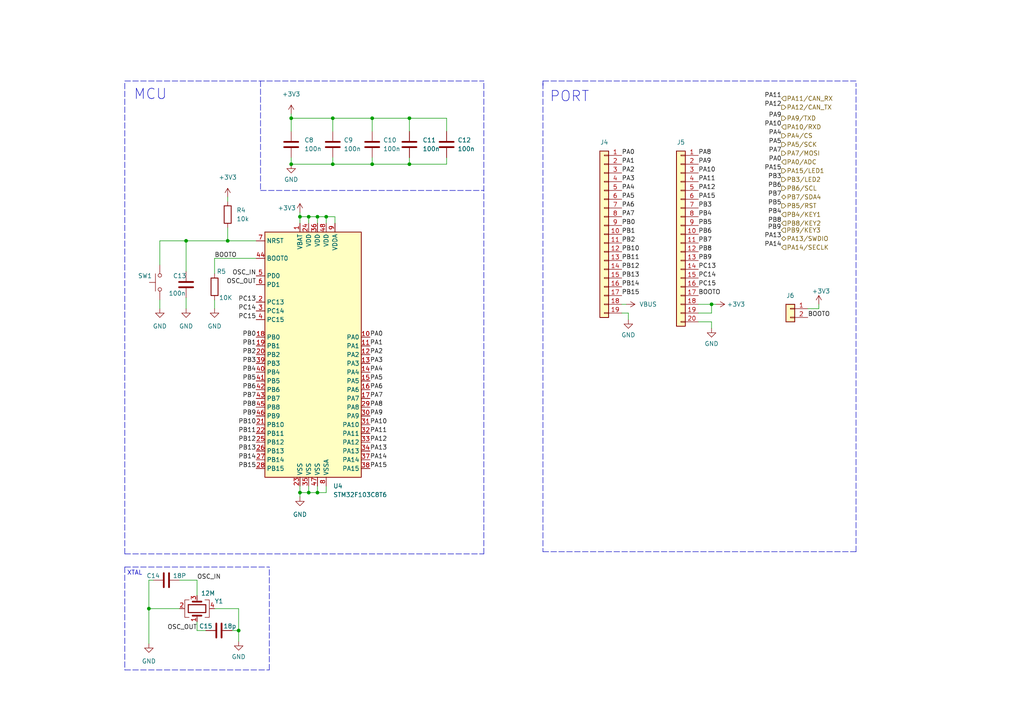
<source format=kicad_sch>
(kicad_sch (version 20211123) (generator eeschema)

  (uuid 960756b5-b4d1-44f8-b681-b521f007e075)

  (paper "A4")

  (lib_symbols
    (symbol "Connector_Generic:Conn_01x02" (pin_names (offset 1.016) hide) (in_bom yes) (on_board yes)
      (property "Reference" "J" (id 0) (at 0 2.54 0)
        (effects (font (size 1.27 1.27)))
      )
      (property "Value" "Conn_01x02" (id 1) (at 0 -5.08 0)
        (effects (font (size 1.27 1.27)))
      )
      (property "Footprint" "" (id 2) (at 0 0 0)
        (effects (font (size 1.27 1.27)) hide)
      )
      (property "Datasheet" "~" (id 3) (at 0 0 0)
        (effects (font (size 1.27 1.27)) hide)
      )
      (property "ki_keywords" "connector" (id 4) (at 0 0 0)
        (effects (font (size 1.27 1.27)) hide)
      )
      (property "ki_description" "Generic connector, single row, 01x02, script generated (kicad-library-utils/schlib/autogen/connector/)" (id 5) (at 0 0 0)
        (effects (font (size 1.27 1.27)) hide)
      )
      (property "ki_fp_filters" "Connector*:*_1x??_*" (id 6) (at 0 0 0)
        (effects (font (size 1.27 1.27)) hide)
      )
      (symbol "Conn_01x02_1_1"
        (rectangle (start -1.27 -2.413) (end 0 -2.667)
          (stroke (width 0.1524) (type default) (color 0 0 0 0))
          (fill (type none))
        )
        (rectangle (start -1.27 0.127) (end 0 -0.127)
          (stroke (width 0.1524) (type default) (color 0 0 0 0))
          (fill (type none))
        )
        (rectangle (start -1.27 1.27) (end 1.27 -3.81)
          (stroke (width 0.254) (type default) (color 0 0 0 0))
          (fill (type background))
        )
        (pin passive line (at -5.08 0 0) (length 3.81)
          (name "Pin_1" (effects (font (size 1.27 1.27))))
          (number "1" (effects (font (size 1.27 1.27))))
        )
        (pin passive line (at -5.08 -2.54 0) (length 3.81)
          (name "Pin_2" (effects (font (size 1.27 1.27))))
          (number "2" (effects (font (size 1.27 1.27))))
        )
      )
    )
    (symbol "Connector_Generic:Conn_01x19" (pin_names (offset 1.016) hide) (in_bom yes) (on_board yes)
      (property "Reference" "J" (id 0) (at 0 25.4 0)
        (effects (font (size 1.27 1.27)))
      )
      (property "Value" "Conn_01x19" (id 1) (at 0 -25.4 0)
        (effects (font (size 1.27 1.27)))
      )
      (property "Footprint" "" (id 2) (at 0 0 0)
        (effects (font (size 1.27 1.27)) hide)
      )
      (property "Datasheet" "~" (id 3) (at 0 0 0)
        (effects (font (size 1.27 1.27)) hide)
      )
      (property "ki_keywords" "connector" (id 4) (at 0 0 0)
        (effects (font (size 1.27 1.27)) hide)
      )
      (property "ki_description" "Generic connector, single row, 01x19, script generated (kicad-library-utils/schlib/autogen/connector/)" (id 5) (at 0 0 0)
        (effects (font (size 1.27 1.27)) hide)
      )
      (property "ki_fp_filters" "Connector*:*_1x??_*" (id 6) (at 0 0 0)
        (effects (font (size 1.27 1.27)) hide)
      )
      (symbol "Conn_01x19_1_1"
        (rectangle (start -1.27 -22.733) (end 0 -22.987)
          (stroke (width 0.1524) (type default) (color 0 0 0 0))
          (fill (type none))
        )
        (rectangle (start -1.27 -20.193) (end 0 -20.447)
          (stroke (width 0.1524) (type default) (color 0 0 0 0))
          (fill (type none))
        )
        (rectangle (start -1.27 -17.653) (end 0 -17.907)
          (stroke (width 0.1524) (type default) (color 0 0 0 0))
          (fill (type none))
        )
        (rectangle (start -1.27 -15.113) (end 0 -15.367)
          (stroke (width 0.1524) (type default) (color 0 0 0 0))
          (fill (type none))
        )
        (rectangle (start -1.27 -12.573) (end 0 -12.827)
          (stroke (width 0.1524) (type default) (color 0 0 0 0))
          (fill (type none))
        )
        (rectangle (start -1.27 -10.033) (end 0 -10.287)
          (stroke (width 0.1524) (type default) (color 0 0 0 0))
          (fill (type none))
        )
        (rectangle (start -1.27 -7.493) (end 0 -7.747)
          (stroke (width 0.1524) (type default) (color 0 0 0 0))
          (fill (type none))
        )
        (rectangle (start -1.27 -4.953) (end 0 -5.207)
          (stroke (width 0.1524) (type default) (color 0 0 0 0))
          (fill (type none))
        )
        (rectangle (start -1.27 -2.413) (end 0 -2.667)
          (stroke (width 0.1524) (type default) (color 0 0 0 0))
          (fill (type none))
        )
        (rectangle (start -1.27 0.127) (end 0 -0.127)
          (stroke (width 0.1524) (type default) (color 0 0 0 0))
          (fill (type none))
        )
        (rectangle (start -1.27 2.667) (end 0 2.413)
          (stroke (width 0.1524) (type default) (color 0 0 0 0))
          (fill (type none))
        )
        (rectangle (start -1.27 5.207) (end 0 4.953)
          (stroke (width 0.1524) (type default) (color 0 0 0 0))
          (fill (type none))
        )
        (rectangle (start -1.27 7.747) (end 0 7.493)
          (stroke (width 0.1524) (type default) (color 0 0 0 0))
          (fill (type none))
        )
        (rectangle (start -1.27 10.287) (end 0 10.033)
          (stroke (width 0.1524) (type default) (color 0 0 0 0))
          (fill (type none))
        )
        (rectangle (start -1.27 12.827) (end 0 12.573)
          (stroke (width 0.1524) (type default) (color 0 0 0 0))
          (fill (type none))
        )
        (rectangle (start -1.27 15.367) (end 0 15.113)
          (stroke (width 0.1524) (type default) (color 0 0 0 0))
          (fill (type none))
        )
        (rectangle (start -1.27 17.907) (end 0 17.653)
          (stroke (width 0.1524) (type default) (color 0 0 0 0))
          (fill (type none))
        )
        (rectangle (start -1.27 20.447) (end 0 20.193)
          (stroke (width 0.1524) (type default) (color 0 0 0 0))
          (fill (type none))
        )
        (rectangle (start -1.27 22.987) (end 0 22.733)
          (stroke (width 0.1524) (type default) (color 0 0 0 0))
          (fill (type none))
        )
        (rectangle (start -1.27 24.13) (end 1.27 -24.13)
          (stroke (width 0.254) (type default) (color 0 0 0 0))
          (fill (type background))
        )
        (pin passive line (at -5.08 22.86 0) (length 3.81)
          (name "Pin_1" (effects (font (size 1.27 1.27))))
          (number "1" (effects (font (size 1.27 1.27))))
        )
        (pin passive line (at -5.08 0 0) (length 3.81)
          (name "Pin_10" (effects (font (size 1.27 1.27))))
          (number "10" (effects (font (size 1.27 1.27))))
        )
        (pin passive line (at -5.08 -2.54 0) (length 3.81)
          (name "Pin_11" (effects (font (size 1.27 1.27))))
          (number "11" (effects (font (size 1.27 1.27))))
        )
        (pin passive line (at -5.08 -5.08 0) (length 3.81)
          (name "Pin_12" (effects (font (size 1.27 1.27))))
          (number "12" (effects (font (size 1.27 1.27))))
        )
        (pin passive line (at -5.08 -7.62 0) (length 3.81)
          (name "Pin_13" (effects (font (size 1.27 1.27))))
          (number "13" (effects (font (size 1.27 1.27))))
        )
        (pin passive line (at -5.08 -10.16 0) (length 3.81)
          (name "Pin_14" (effects (font (size 1.27 1.27))))
          (number "14" (effects (font (size 1.27 1.27))))
        )
        (pin passive line (at -5.08 -12.7 0) (length 3.81)
          (name "Pin_15" (effects (font (size 1.27 1.27))))
          (number "15" (effects (font (size 1.27 1.27))))
        )
        (pin passive line (at -5.08 -15.24 0) (length 3.81)
          (name "Pin_16" (effects (font (size 1.27 1.27))))
          (number "16" (effects (font (size 1.27 1.27))))
        )
        (pin passive line (at -5.08 -17.78 0) (length 3.81)
          (name "Pin_17" (effects (font (size 1.27 1.27))))
          (number "17" (effects (font (size 1.27 1.27))))
        )
        (pin passive line (at -5.08 -20.32 0) (length 3.81)
          (name "Pin_18" (effects (font (size 1.27 1.27))))
          (number "18" (effects (font (size 1.27 1.27))))
        )
        (pin passive line (at -5.08 -22.86 0) (length 3.81)
          (name "Pin_19" (effects (font (size 1.27 1.27))))
          (number "19" (effects (font (size 1.27 1.27))))
        )
        (pin passive line (at -5.08 20.32 0) (length 3.81)
          (name "Pin_2" (effects (font (size 1.27 1.27))))
          (number "2" (effects (font (size 1.27 1.27))))
        )
        (pin passive line (at -5.08 17.78 0) (length 3.81)
          (name "Pin_3" (effects (font (size 1.27 1.27))))
          (number "3" (effects (font (size 1.27 1.27))))
        )
        (pin passive line (at -5.08 15.24 0) (length 3.81)
          (name "Pin_4" (effects (font (size 1.27 1.27))))
          (number "4" (effects (font (size 1.27 1.27))))
        )
        (pin passive line (at -5.08 12.7 0) (length 3.81)
          (name "Pin_5" (effects (font (size 1.27 1.27))))
          (number "5" (effects (font (size 1.27 1.27))))
        )
        (pin passive line (at -5.08 10.16 0) (length 3.81)
          (name "Pin_6" (effects (font (size 1.27 1.27))))
          (number "6" (effects (font (size 1.27 1.27))))
        )
        (pin passive line (at -5.08 7.62 0) (length 3.81)
          (name "Pin_7" (effects (font (size 1.27 1.27))))
          (number "7" (effects (font (size 1.27 1.27))))
        )
        (pin passive line (at -5.08 5.08 0) (length 3.81)
          (name "Pin_8" (effects (font (size 1.27 1.27))))
          (number "8" (effects (font (size 1.27 1.27))))
        )
        (pin passive line (at -5.08 2.54 0) (length 3.81)
          (name "Pin_9" (effects (font (size 1.27 1.27))))
          (number "9" (effects (font (size 1.27 1.27))))
        )
      )
    )
    (symbol "Connector_Generic:Conn_01x20" (pin_names (offset 1.016) hide) (in_bom yes) (on_board yes)
      (property "Reference" "J" (id 0) (at 0 25.4 0)
        (effects (font (size 1.27 1.27)))
      )
      (property "Value" "Conn_01x20" (id 1) (at 0 -27.94 0)
        (effects (font (size 1.27 1.27)))
      )
      (property "Footprint" "" (id 2) (at 0 0 0)
        (effects (font (size 1.27 1.27)) hide)
      )
      (property "Datasheet" "~" (id 3) (at 0 0 0)
        (effects (font (size 1.27 1.27)) hide)
      )
      (property "ki_keywords" "connector" (id 4) (at 0 0 0)
        (effects (font (size 1.27 1.27)) hide)
      )
      (property "ki_description" "Generic connector, single row, 01x20, script generated (kicad-library-utils/schlib/autogen/connector/)" (id 5) (at 0 0 0)
        (effects (font (size 1.27 1.27)) hide)
      )
      (property "ki_fp_filters" "Connector*:*_1x??_*" (id 6) (at 0 0 0)
        (effects (font (size 1.27 1.27)) hide)
      )
      (symbol "Conn_01x20_1_1"
        (rectangle (start -1.27 -25.273) (end 0 -25.527)
          (stroke (width 0.1524) (type default) (color 0 0 0 0))
          (fill (type none))
        )
        (rectangle (start -1.27 -22.733) (end 0 -22.987)
          (stroke (width 0.1524) (type default) (color 0 0 0 0))
          (fill (type none))
        )
        (rectangle (start -1.27 -20.193) (end 0 -20.447)
          (stroke (width 0.1524) (type default) (color 0 0 0 0))
          (fill (type none))
        )
        (rectangle (start -1.27 -17.653) (end 0 -17.907)
          (stroke (width 0.1524) (type default) (color 0 0 0 0))
          (fill (type none))
        )
        (rectangle (start -1.27 -15.113) (end 0 -15.367)
          (stroke (width 0.1524) (type default) (color 0 0 0 0))
          (fill (type none))
        )
        (rectangle (start -1.27 -12.573) (end 0 -12.827)
          (stroke (width 0.1524) (type default) (color 0 0 0 0))
          (fill (type none))
        )
        (rectangle (start -1.27 -10.033) (end 0 -10.287)
          (stroke (width 0.1524) (type default) (color 0 0 0 0))
          (fill (type none))
        )
        (rectangle (start -1.27 -7.493) (end 0 -7.747)
          (stroke (width 0.1524) (type default) (color 0 0 0 0))
          (fill (type none))
        )
        (rectangle (start -1.27 -4.953) (end 0 -5.207)
          (stroke (width 0.1524) (type default) (color 0 0 0 0))
          (fill (type none))
        )
        (rectangle (start -1.27 -2.413) (end 0 -2.667)
          (stroke (width 0.1524) (type default) (color 0 0 0 0))
          (fill (type none))
        )
        (rectangle (start -1.27 0.127) (end 0 -0.127)
          (stroke (width 0.1524) (type default) (color 0 0 0 0))
          (fill (type none))
        )
        (rectangle (start -1.27 2.667) (end 0 2.413)
          (stroke (width 0.1524) (type default) (color 0 0 0 0))
          (fill (type none))
        )
        (rectangle (start -1.27 5.207) (end 0 4.953)
          (stroke (width 0.1524) (type default) (color 0 0 0 0))
          (fill (type none))
        )
        (rectangle (start -1.27 7.747) (end 0 7.493)
          (stroke (width 0.1524) (type default) (color 0 0 0 0))
          (fill (type none))
        )
        (rectangle (start -1.27 10.287) (end 0 10.033)
          (stroke (width 0.1524) (type default) (color 0 0 0 0))
          (fill (type none))
        )
        (rectangle (start -1.27 12.827) (end 0 12.573)
          (stroke (width 0.1524) (type default) (color 0 0 0 0))
          (fill (type none))
        )
        (rectangle (start -1.27 15.367) (end 0 15.113)
          (stroke (width 0.1524) (type default) (color 0 0 0 0))
          (fill (type none))
        )
        (rectangle (start -1.27 17.907) (end 0 17.653)
          (stroke (width 0.1524) (type default) (color 0 0 0 0))
          (fill (type none))
        )
        (rectangle (start -1.27 20.447) (end 0 20.193)
          (stroke (width 0.1524) (type default) (color 0 0 0 0))
          (fill (type none))
        )
        (rectangle (start -1.27 22.987) (end 0 22.733)
          (stroke (width 0.1524) (type default) (color 0 0 0 0))
          (fill (type none))
        )
        (rectangle (start -1.27 24.13) (end 1.27 -26.67)
          (stroke (width 0.254) (type default) (color 0 0 0 0))
          (fill (type background))
        )
        (pin passive line (at -5.08 22.86 0) (length 3.81)
          (name "Pin_1" (effects (font (size 1.27 1.27))))
          (number "1" (effects (font (size 1.27 1.27))))
        )
        (pin passive line (at -5.08 0 0) (length 3.81)
          (name "Pin_10" (effects (font (size 1.27 1.27))))
          (number "10" (effects (font (size 1.27 1.27))))
        )
        (pin passive line (at -5.08 -2.54 0) (length 3.81)
          (name "Pin_11" (effects (font (size 1.27 1.27))))
          (number "11" (effects (font (size 1.27 1.27))))
        )
        (pin passive line (at -5.08 -5.08 0) (length 3.81)
          (name "Pin_12" (effects (font (size 1.27 1.27))))
          (number "12" (effects (font (size 1.27 1.27))))
        )
        (pin passive line (at -5.08 -7.62 0) (length 3.81)
          (name "Pin_13" (effects (font (size 1.27 1.27))))
          (number "13" (effects (font (size 1.27 1.27))))
        )
        (pin passive line (at -5.08 -10.16 0) (length 3.81)
          (name "Pin_14" (effects (font (size 1.27 1.27))))
          (number "14" (effects (font (size 1.27 1.27))))
        )
        (pin passive line (at -5.08 -12.7 0) (length 3.81)
          (name "Pin_15" (effects (font (size 1.27 1.27))))
          (number "15" (effects (font (size 1.27 1.27))))
        )
        (pin passive line (at -5.08 -15.24 0) (length 3.81)
          (name "Pin_16" (effects (font (size 1.27 1.27))))
          (number "16" (effects (font (size 1.27 1.27))))
        )
        (pin passive line (at -5.08 -17.78 0) (length 3.81)
          (name "Pin_17" (effects (font (size 1.27 1.27))))
          (number "17" (effects (font (size 1.27 1.27))))
        )
        (pin passive line (at -5.08 -20.32 0) (length 3.81)
          (name "Pin_18" (effects (font (size 1.27 1.27))))
          (number "18" (effects (font (size 1.27 1.27))))
        )
        (pin passive line (at -5.08 -22.86 0) (length 3.81)
          (name "Pin_19" (effects (font (size 1.27 1.27))))
          (number "19" (effects (font (size 1.27 1.27))))
        )
        (pin passive line (at -5.08 20.32 0) (length 3.81)
          (name "Pin_2" (effects (font (size 1.27 1.27))))
          (number "2" (effects (font (size 1.27 1.27))))
        )
        (pin passive line (at -5.08 -25.4 0) (length 3.81)
          (name "Pin_20" (effects (font (size 1.27 1.27))))
          (number "20" (effects (font (size 1.27 1.27))))
        )
        (pin passive line (at -5.08 17.78 0) (length 3.81)
          (name "Pin_3" (effects (font (size 1.27 1.27))))
          (number "3" (effects (font (size 1.27 1.27))))
        )
        (pin passive line (at -5.08 15.24 0) (length 3.81)
          (name "Pin_4" (effects (font (size 1.27 1.27))))
          (number "4" (effects (font (size 1.27 1.27))))
        )
        (pin passive line (at -5.08 12.7 0) (length 3.81)
          (name "Pin_5" (effects (font (size 1.27 1.27))))
          (number "5" (effects (font (size 1.27 1.27))))
        )
        (pin passive line (at -5.08 10.16 0) (length 3.81)
          (name "Pin_6" (effects (font (size 1.27 1.27))))
          (number "6" (effects (font (size 1.27 1.27))))
        )
        (pin passive line (at -5.08 7.62 0) (length 3.81)
          (name "Pin_7" (effects (font (size 1.27 1.27))))
          (number "7" (effects (font (size 1.27 1.27))))
        )
        (pin passive line (at -5.08 5.08 0) (length 3.81)
          (name "Pin_8" (effects (font (size 1.27 1.27))))
          (number "8" (effects (font (size 1.27 1.27))))
        )
        (pin passive line (at -5.08 2.54 0) (length 3.81)
          (name "Pin_9" (effects (font (size 1.27 1.27))))
          (number "9" (effects (font (size 1.27 1.27))))
        )
      )
    )
    (symbol "Device:C" (pin_numbers hide) (pin_names (offset 0.254)) (in_bom yes) (on_board yes)
      (property "Reference" "C" (id 0) (at 0.635 2.54 0)
        (effects (font (size 1.27 1.27)) (justify left))
      )
      (property "Value" "C" (id 1) (at 0.635 -2.54 0)
        (effects (font (size 1.27 1.27)) (justify left))
      )
      (property "Footprint" "" (id 2) (at 0.9652 -3.81 0)
        (effects (font (size 1.27 1.27)) hide)
      )
      (property "Datasheet" "~" (id 3) (at 0 0 0)
        (effects (font (size 1.27 1.27)) hide)
      )
      (property "ki_keywords" "cap capacitor" (id 4) (at 0 0 0)
        (effects (font (size 1.27 1.27)) hide)
      )
      (property "ki_description" "Unpolarized capacitor" (id 5) (at 0 0 0)
        (effects (font (size 1.27 1.27)) hide)
      )
      (property "ki_fp_filters" "C_*" (id 6) (at 0 0 0)
        (effects (font (size 1.27 1.27)) hide)
      )
      (symbol "C_0_1"
        (polyline
          (pts
            (xy -2.032 -0.762)
            (xy 2.032 -0.762)
          )
          (stroke (width 0.508) (type default) (color 0 0 0 0))
          (fill (type none))
        )
        (polyline
          (pts
            (xy -2.032 0.762)
            (xy 2.032 0.762)
          )
          (stroke (width 0.508) (type default) (color 0 0 0 0))
          (fill (type none))
        )
      )
      (symbol "C_1_1"
        (pin passive line (at 0 3.81 270) (length 2.794)
          (name "~" (effects (font (size 1.27 1.27))))
          (number "1" (effects (font (size 1.27 1.27))))
        )
        (pin passive line (at 0 -3.81 90) (length 2.794)
          (name "~" (effects (font (size 1.27 1.27))))
          (number "2" (effects (font (size 1.27 1.27))))
        )
      )
    )
    (symbol "Device:Crystal_GND24" (pin_names (offset 1.016) hide) (in_bom yes) (on_board yes)
      (property "Reference" "Y" (id 0) (at 3.175 5.08 0)
        (effects (font (size 1.27 1.27)) (justify left))
      )
      (property "Value" "Crystal_GND24" (id 1) (at 3.175 3.175 0)
        (effects (font (size 1.27 1.27)) (justify left))
      )
      (property "Footprint" "" (id 2) (at 0 0 0)
        (effects (font (size 1.27 1.27)) hide)
      )
      (property "Datasheet" "~" (id 3) (at 0 0 0)
        (effects (font (size 1.27 1.27)) hide)
      )
      (property "ki_keywords" "quartz ceramic resonator oscillator" (id 4) (at 0 0 0)
        (effects (font (size 1.27 1.27)) hide)
      )
      (property "ki_description" "Four pin crystal, GND on pins 2 and 4" (id 5) (at 0 0 0)
        (effects (font (size 1.27 1.27)) hide)
      )
      (property "ki_fp_filters" "Crystal*" (id 6) (at 0 0 0)
        (effects (font (size 1.27 1.27)) hide)
      )
      (symbol "Crystal_GND24_0_1"
        (rectangle (start -1.143 2.54) (end 1.143 -2.54)
          (stroke (width 0.3048) (type default) (color 0 0 0 0))
          (fill (type none))
        )
        (polyline
          (pts
            (xy -2.54 0)
            (xy -2.032 0)
          )
          (stroke (width 0) (type default) (color 0 0 0 0))
          (fill (type none))
        )
        (polyline
          (pts
            (xy -2.032 -1.27)
            (xy -2.032 1.27)
          )
          (stroke (width 0.508) (type default) (color 0 0 0 0))
          (fill (type none))
        )
        (polyline
          (pts
            (xy 0 -3.81)
            (xy 0 -3.556)
          )
          (stroke (width 0) (type default) (color 0 0 0 0))
          (fill (type none))
        )
        (polyline
          (pts
            (xy 0 3.556)
            (xy 0 3.81)
          )
          (stroke (width 0) (type default) (color 0 0 0 0))
          (fill (type none))
        )
        (polyline
          (pts
            (xy 2.032 -1.27)
            (xy 2.032 1.27)
          )
          (stroke (width 0.508) (type default) (color 0 0 0 0))
          (fill (type none))
        )
        (polyline
          (pts
            (xy 2.032 0)
            (xy 2.54 0)
          )
          (stroke (width 0) (type default) (color 0 0 0 0))
          (fill (type none))
        )
        (polyline
          (pts
            (xy -2.54 -2.286)
            (xy -2.54 -3.556)
            (xy 2.54 -3.556)
            (xy 2.54 -2.286)
          )
          (stroke (width 0) (type default) (color 0 0 0 0))
          (fill (type none))
        )
        (polyline
          (pts
            (xy -2.54 2.286)
            (xy -2.54 3.556)
            (xy 2.54 3.556)
            (xy 2.54 2.286)
          )
          (stroke (width 0) (type default) (color 0 0 0 0))
          (fill (type none))
        )
      )
      (symbol "Crystal_GND24_1_1"
        (pin passive line (at -3.81 0 0) (length 1.27)
          (name "1" (effects (font (size 1.27 1.27))))
          (number "1" (effects (font (size 1.27 1.27))))
        )
        (pin passive line (at 0 5.08 270) (length 1.27)
          (name "2" (effects (font (size 1.27 1.27))))
          (number "2" (effects (font (size 1.27 1.27))))
        )
        (pin passive line (at 3.81 0 180) (length 1.27)
          (name "3" (effects (font (size 1.27 1.27))))
          (number "3" (effects (font (size 1.27 1.27))))
        )
        (pin passive line (at 0 -5.08 90) (length 1.27)
          (name "4" (effects (font (size 1.27 1.27))))
          (number "4" (effects (font (size 1.27 1.27))))
        )
      )
    )
    (symbol "Device:R" (pin_numbers hide) (pin_names (offset 0)) (in_bom yes) (on_board yes)
      (property "Reference" "R" (id 0) (at 2.032 0 90)
        (effects (font (size 1.27 1.27)))
      )
      (property "Value" "R" (id 1) (at 0 0 90)
        (effects (font (size 1.27 1.27)))
      )
      (property "Footprint" "" (id 2) (at -1.778 0 90)
        (effects (font (size 1.27 1.27)) hide)
      )
      (property "Datasheet" "~" (id 3) (at 0 0 0)
        (effects (font (size 1.27 1.27)) hide)
      )
      (property "ki_keywords" "R res resistor" (id 4) (at 0 0 0)
        (effects (font (size 1.27 1.27)) hide)
      )
      (property "ki_description" "Resistor" (id 5) (at 0 0 0)
        (effects (font (size 1.27 1.27)) hide)
      )
      (property "ki_fp_filters" "R_*" (id 6) (at 0 0 0)
        (effects (font (size 1.27 1.27)) hide)
      )
      (symbol "R_0_1"
        (rectangle (start -1.016 -2.54) (end 1.016 2.54)
          (stroke (width 0.254) (type default) (color 0 0 0 0))
          (fill (type none))
        )
      )
      (symbol "R_1_1"
        (pin passive line (at 0 3.81 270) (length 1.27)
          (name "~" (effects (font (size 1.27 1.27))))
          (number "1" (effects (font (size 1.27 1.27))))
        )
        (pin passive line (at 0 -3.81 90) (length 1.27)
          (name "~" (effects (font (size 1.27 1.27))))
          (number "2" (effects (font (size 1.27 1.27))))
        )
      )
    )
    (symbol "MCU_ST_STM32F1:STM32F103C8Tx" (in_bom yes) (on_board yes)
      (property "Reference" "U" (id 0) (at -15.24 36.83 0)
        (effects (font (size 1.27 1.27)) (justify left))
      )
      (property "Value" "STM32F103C8Tx" (id 1) (at 7.62 36.83 0)
        (effects (font (size 1.27 1.27)) (justify left))
      )
      (property "Footprint" "Package_QFP:LQFP-48_7x7mm_P0.5mm" (id 2) (at -15.24 -35.56 0)
        (effects (font (size 1.27 1.27)) (justify right) hide)
      )
      (property "Datasheet" "http://www.st.com/st-web-ui/static/active/en/resource/technical/document/datasheet/CD00161566.pdf" (id 3) (at 0 0 0)
        (effects (font (size 1.27 1.27)) hide)
      )
      (property "ki_keywords" "ARM Cortex-M3 STM32F1 STM32F103" (id 4) (at 0 0 0)
        (effects (font (size 1.27 1.27)) hide)
      )
      (property "ki_description" "ARM Cortex-M3 MCU, 64KB flash, 20KB RAM, 72MHz, 2-3.6V, 37 GPIO, LQFP-48" (id 5) (at 0 0 0)
        (effects (font (size 1.27 1.27)) hide)
      )
      (property "ki_fp_filters" "LQFP*7x7mm*P0.5mm*" (id 6) (at 0 0 0)
        (effects (font (size 1.27 1.27)) hide)
      )
      (symbol "STM32F103C8Tx_0_1"
        (rectangle (start -15.24 -35.56) (end 12.7 35.56)
          (stroke (width 0.254) (type default) (color 0 0 0 0))
          (fill (type background))
        )
      )
      (symbol "STM32F103C8Tx_1_1"
        (pin power_in line (at -5.08 38.1 270) (length 2.54)
          (name "VBAT" (effects (font (size 1.27 1.27))))
          (number "1" (effects (font (size 1.27 1.27))))
        )
        (pin bidirectional line (at 15.24 5.08 180) (length 2.54)
          (name "PA0" (effects (font (size 1.27 1.27))))
          (number "10" (effects (font (size 1.27 1.27))))
        )
        (pin bidirectional line (at 15.24 2.54 180) (length 2.54)
          (name "PA1" (effects (font (size 1.27 1.27))))
          (number "11" (effects (font (size 1.27 1.27))))
        )
        (pin bidirectional line (at 15.24 0 180) (length 2.54)
          (name "PA2" (effects (font (size 1.27 1.27))))
          (number "12" (effects (font (size 1.27 1.27))))
        )
        (pin bidirectional line (at 15.24 -2.54 180) (length 2.54)
          (name "PA3" (effects (font (size 1.27 1.27))))
          (number "13" (effects (font (size 1.27 1.27))))
        )
        (pin bidirectional line (at 15.24 -5.08 180) (length 2.54)
          (name "PA4" (effects (font (size 1.27 1.27))))
          (number "14" (effects (font (size 1.27 1.27))))
        )
        (pin bidirectional line (at 15.24 -7.62 180) (length 2.54)
          (name "PA5" (effects (font (size 1.27 1.27))))
          (number "15" (effects (font (size 1.27 1.27))))
        )
        (pin bidirectional line (at 15.24 -10.16 180) (length 2.54)
          (name "PA6" (effects (font (size 1.27 1.27))))
          (number "16" (effects (font (size 1.27 1.27))))
        )
        (pin bidirectional line (at 15.24 -12.7 180) (length 2.54)
          (name "PA7" (effects (font (size 1.27 1.27))))
          (number "17" (effects (font (size 1.27 1.27))))
        )
        (pin bidirectional line (at -17.78 5.08 0) (length 2.54)
          (name "PB0" (effects (font (size 1.27 1.27))))
          (number "18" (effects (font (size 1.27 1.27))))
        )
        (pin bidirectional line (at -17.78 2.54 0) (length 2.54)
          (name "PB1" (effects (font (size 1.27 1.27))))
          (number "19" (effects (font (size 1.27 1.27))))
        )
        (pin bidirectional line (at -17.78 15.24 0) (length 2.54)
          (name "PC13" (effects (font (size 1.27 1.27))))
          (number "2" (effects (font (size 1.27 1.27))))
        )
        (pin bidirectional line (at -17.78 0 0) (length 2.54)
          (name "PB2" (effects (font (size 1.27 1.27))))
          (number "20" (effects (font (size 1.27 1.27))))
        )
        (pin bidirectional line (at -17.78 -20.32 0) (length 2.54)
          (name "PB10" (effects (font (size 1.27 1.27))))
          (number "21" (effects (font (size 1.27 1.27))))
        )
        (pin bidirectional line (at -17.78 -22.86 0) (length 2.54)
          (name "PB11" (effects (font (size 1.27 1.27))))
          (number "22" (effects (font (size 1.27 1.27))))
        )
        (pin power_in line (at -5.08 -38.1 90) (length 2.54)
          (name "VSS" (effects (font (size 1.27 1.27))))
          (number "23" (effects (font (size 1.27 1.27))))
        )
        (pin power_in line (at -2.54 38.1 270) (length 2.54)
          (name "VDD" (effects (font (size 1.27 1.27))))
          (number "24" (effects (font (size 1.27 1.27))))
        )
        (pin bidirectional line (at -17.78 -25.4 0) (length 2.54)
          (name "PB12" (effects (font (size 1.27 1.27))))
          (number "25" (effects (font (size 1.27 1.27))))
        )
        (pin bidirectional line (at -17.78 -27.94 0) (length 2.54)
          (name "PB13" (effects (font (size 1.27 1.27))))
          (number "26" (effects (font (size 1.27 1.27))))
        )
        (pin bidirectional line (at -17.78 -30.48 0) (length 2.54)
          (name "PB14" (effects (font (size 1.27 1.27))))
          (number "27" (effects (font (size 1.27 1.27))))
        )
        (pin bidirectional line (at -17.78 -33.02 0) (length 2.54)
          (name "PB15" (effects (font (size 1.27 1.27))))
          (number "28" (effects (font (size 1.27 1.27))))
        )
        (pin bidirectional line (at 15.24 -15.24 180) (length 2.54)
          (name "PA8" (effects (font (size 1.27 1.27))))
          (number "29" (effects (font (size 1.27 1.27))))
        )
        (pin bidirectional line (at -17.78 12.7 0) (length 2.54)
          (name "PC14" (effects (font (size 1.27 1.27))))
          (number "3" (effects (font (size 1.27 1.27))))
        )
        (pin bidirectional line (at 15.24 -17.78 180) (length 2.54)
          (name "PA9" (effects (font (size 1.27 1.27))))
          (number "30" (effects (font (size 1.27 1.27))))
        )
        (pin bidirectional line (at 15.24 -20.32 180) (length 2.54)
          (name "PA10" (effects (font (size 1.27 1.27))))
          (number "31" (effects (font (size 1.27 1.27))))
        )
        (pin bidirectional line (at 15.24 -22.86 180) (length 2.54)
          (name "PA11" (effects (font (size 1.27 1.27))))
          (number "32" (effects (font (size 1.27 1.27))))
        )
        (pin bidirectional line (at 15.24 -25.4 180) (length 2.54)
          (name "PA12" (effects (font (size 1.27 1.27))))
          (number "33" (effects (font (size 1.27 1.27))))
        )
        (pin bidirectional line (at 15.24 -27.94 180) (length 2.54)
          (name "PA13" (effects (font (size 1.27 1.27))))
          (number "34" (effects (font (size 1.27 1.27))))
        )
        (pin power_in line (at -2.54 -38.1 90) (length 2.54)
          (name "VSS" (effects (font (size 1.27 1.27))))
          (number "35" (effects (font (size 1.27 1.27))))
        )
        (pin power_in line (at 0 38.1 270) (length 2.54)
          (name "VDD" (effects (font (size 1.27 1.27))))
          (number "36" (effects (font (size 1.27 1.27))))
        )
        (pin bidirectional line (at 15.24 -30.48 180) (length 2.54)
          (name "PA14" (effects (font (size 1.27 1.27))))
          (number "37" (effects (font (size 1.27 1.27))))
        )
        (pin bidirectional line (at 15.24 -33.02 180) (length 2.54)
          (name "PA15" (effects (font (size 1.27 1.27))))
          (number "38" (effects (font (size 1.27 1.27))))
        )
        (pin bidirectional line (at -17.78 -2.54 0) (length 2.54)
          (name "PB3" (effects (font (size 1.27 1.27))))
          (number "39" (effects (font (size 1.27 1.27))))
        )
        (pin bidirectional line (at -17.78 10.16 0) (length 2.54)
          (name "PC15" (effects (font (size 1.27 1.27))))
          (number "4" (effects (font (size 1.27 1.27))))
        )
        (pin bidirectional line (at -17.78 -5.08 0) (length 2.54)
          (name "PB4" (effects (font (size 1.27 1.27))))
          (number "40" (effects (font (size 1.27 1.27))))
        )
        (pin bidirectional line (at -17.78 -7.62 0) (length 2.54)
          (name "PB5" (effects (font (size 1.27 1.27))))
          (number "41" (effects (font (size 1.27 1.27))))
        )
        (pin bidirectional line (at -17.78 -10.16 0) (length 2.54)
          (name "PB6" (effects (font (size 1.27 1.27))))
          (number "42" (effects (font (size 1.27 1.27))))
        )
        (pin bidirectional line (at -17.78 -12.7 0) (length 2.54)
          (name "PB7" (effects (font (size 1.27 1.27))))
          (number "43" (effects (font (size 1.27 1.27))))
        )
        (pin input line (at -17.78 27.94 0) (length 2.54)
          (name "BOOT0" (effects (font (size 1.27 1.27))))
          (number "44" (effects (font (size 1.27 1.27))))
        )
        (pin bidirectional line (at -17.78 -15.24 0) (length 2.54)
          (name "PB8" (effects (font (size 1.27 1.27))))
          (number "45" (effects (font (size 1.27 1.27))))
        )
        (pin bidirectional line (at -17.78 -17.78 0) (length 2.54)
          (name "PB9" (effects (font (size 1.27 1.27))))
          (number "46" (effects (font (size 1.27 1.27))))
        )
        (pin power_in line (at 0 -38.1 90) (length 2.54)
          (name "VSS" (effects (font (size 1.27 1.27))))
          (number "47" (effects (font (size 1.27 1.27))))
        )
        (pin power_in line (at 2.54 38.1 270) (length 2.54)
          (name "VDD" (effects (font (size 1.27 1.27))))
          (number "48" (effects (font (size 1.27 1.27))))
        )
        (pin input line (at -17.78 22.86 0) (length 2.54)
          (name "PD0" (effects (font (size 1.27 1.27))))
          (number "5" (effects (font (size 1.27 1.27))))
        )
        (pin input line (at -17.78 20.32 0) (length 2.54)
          (name "PD1" (effects (font (size 1.27 1.27))))
          (number "6" (effects (font (size 1.27 1.27))))
        )
        (pin input line (at -17.78 33.02 0) (length 2.54)
          (name "NRST" (effects (font (size 1.27 1.27))))
          (number "7" (effects (font (size 1.27 1.27))))
        )
        (pin power_in line (at 2.54 -38.1 90) (length 2.54)
          (name "VSSA" (effects (font (size 1.27 1.27))))
          (number "8" (effects (font (size 1.27 1.27))))
        )
        (pin power_in line (at 5.08 38.1 270) (length 2.54)
          (name "VDDA" (effects (font (size 1.27 1.27))))
          (number "9" (effects (font (size 1.27 1.27))))
        )
      )
    )
    (symbol "Switch:SW_Push" (pin_numbers hide) (pin_names (offset 1.016) hide) (in_bom yes) (on_board yes)
      (property "Reference" "SW" (id 0) (at 1.27 2.54 0)
        (effects (font (size 1.27 1.27)) (justify left))
      )
      (property "Value" "SW_Push" (id 1) (at 0 -1.524 0)
        (effects (font (size 1.27 1.27)))
      )
      (property "Footprint" "" (id 2) (at 0 5.08 0)
        (effects (font (size 1.27 1.27)) hide)
      )
      (property "Datasheet" "~" (id 3) (at 0 5.08 0)
        (effects (font (size 1.27 1.27)) hide)
      )
      (property "ki_keywords" "switch normally-open pushbutton push-button" (id 4) (at 0 0 0)
        (effects (font (size 1.27 1.27)) hide)
      )
      (property "ki_description" "Push button switch, generic, two pins" (id 5) (at 0 0 0)
        (effects (font (size 1.27 1.27)) hide)
      )
      (symbol "SW_Push_0_1"
        (circle (center -2.032 0) (radius 0.508)
          (stroke (width 0) (type default) (color 0 0 0 0))
          (fill (type none))
        )
        (polyline
          (pts
            (xy 0 1.27)
            (xy 0 3.048)
          )
          (stroke (width 0) (type default) (color 0 0 0 0))
          (fill (type none))
        )
        (polyline
          (pts
            (xy 2.54 1.27)
            (xy -2.54 1.27)
          )
          (stroke (width 0) (type default) (color 0 0 0 0))
          (fill (type none))
        )
        (circle (center 2.032 0) (radius 0.508)
          (stroke (width 0) (type default) (color 0 0 0 0))
          (fill (type none))
        )
        (pin passive line (at -5.08 0 0) (length 2.54)
          (name "1" (effects (font (size 1.27 1.27))))
          (number "1" (effects (font (size 1.27 1.27))))
        )
        (pin passive line (at 5.08 0 180) (length 2.54)
          (name "2" (effects (font (size 1.27 1.27))))
          (number "2" (effects (font (size 1.27 1.27))))
        )
      )
    )
    (symbol "power:+3V3" (power) (pin_names (offset 0)) (in_bom yes) (on_board yes)
      (property "Reference" "#PWR" (id 0) (at 0 -3.81 0)
        (effects (font (size 1.27 1.27)) hide)
      )
      (property "Value" "+3V3" (id 1) (at 0 3.556 0)
        (effects (font (size 1.27 1.27)))
      )
      (property "Footprint" "" (id 2) (at 0 0 0)
        (effects (font (size 1.27 1.27)) hide)
      )
      (property "Datasheet" "" (id 3) (at 0 0 0)
        (effects (font (size 1.27 1.27)) hide)
      )
      (property "ki_keywords" "power-flag" (id 4) (at 0 0 0)
        (effects (font (size 1.27 1.27)) hide)
      )
      (property "ki_description" "Power symbol creates a global label with name \"+3V3\"" (id 5) (at 0 0 0)
        (effects (font (size 1.27 1.27)) hide)
      )
      (symbol "+3V3_0_1"
        (polyline
          (pts
            (xy -0.762 1.27)
            (xy 0 2.54)
          )
          (stroke (width 0) (type default) (color 0 0 0 0))
          (fill (type none))
        )
        (polyline
          (pts
            (xy 0 0)
            (xy 0 2.54)
          )
          (stroke (width 0) (type default) (color 0 0 0 0))
          (fill (type none))
        )
        (polyline
          (pts
            (xy 0 2.54)
            (xy 0.762 1.27)
          )
          (stroke (width 0) (type default) (color 0 0 0 0))
          (fill (type none))
        )
      )
      (symbol "+3V3_1_1"
        (pin power_in line (at 0 0 90) (length 0) hide
          (name "+3V3" (effects (font (size 1.27 1.27))))
          (number "1" (effects (font (size 1.27 1.27))))
        )
      )
    )
    (symbol "power:GND" (power) (pin_names (offset 0)) (in_bom yes) (on_board yes)
      (property "Reference" "#PWR" (id 0) (at 0 -6.35 0)
        (effects (font (size 1.27 1.27)) hide)
      )
      (property "Value" "GND" (id 1) (at 0 -3.81 0)
        (effects (font (size 1.27 1.27)))
      )
      (property "Footprint" "" (id 2) (at 0 0 0)
        (effects (font (size 1.27 1.27)) hide)
      )
      (property "Datasheet" "" (id 3) (at 0 0 0)
        (effects (font (size 1.27 1.27)) hide)
      )
      (property "ki_keywords" "power-flag" (id 4) (at 0 0 0)
        (effects (font (size 1.27 1.27)) hide)
      )
      (property "ki_description" "Power symbol creates a global label with name \"GND\" , ground" (id 5) (at 0 0 0)
        (effects (font (size 1.27 1.27)) hide)
      )
      (symbol "GND_0_1"
        (polyline
          (pts
            (xy 0 0)
            (xy 0 -1.27)
            (xy 1.27 -1.27)
            (xy 0 -2.54)
            (xy -1.27 -1.27)
            (xy 0 -1.27)
          )
          (stroke (width 0) (type default) (color 0 0 0 0))
          (fill (type none))
        )
      )
      (symbol "GND_1_1"
        (pin power_in line (at 0 0 270) (length 0) hide
          (name "GND" (effects (font (size 1.27 1.27))))
          (number "1" (effects (font (size 1.27 1.27))))
        )
      )
    )
    (symbol "power:VBUS" (power) (pin_names (offset 0)) (in_bom yes) (on_board yes)
      (property "Reference" "#PWR" (id 0) (at 0 -3.81 0)
        (effects (font (size 1.27 1.27)) hide)
      )
      (property "Value" "VBUS" (id 1) (at 0 3.81 0)
        (effects (font (size 1.27 1.27)))
      )
      (property "Footprint" "" (id 2) (at 0 0 0)
        (effects (font (size 1.27 1.27)) hide)
      )
      (property "Datasheet" "" (id 3) (at 0 0 0)
        (effects (font (size 1.27 1.27)) hide)
      )
      (property "ki_keywords" "power-flag" (id 4) (at 0 0 0)
        (effects (font (size 1.27 1.27)) hide)
      )
      (property "ki_description" "Power symbol creates a global label with name \"VBUS\"" (id 5) (at 0 0 0)
        (effects (font (size 1.27 1.27)) hide)
      )
      (symbol "VBUS_0_1"
        (polyline
          (pts
            (xy -0.762 1.27)
            (xy 0 2.54)
          )
          (stroke (width 0) (type default) (color 0 0 0 0))
          (fill (type none))
        )
        (polyline
          (pts
            (xy 0 0)
            (xy 0 2.54)
          )
          (stroke (width 0) (type default) (color 0 0 0 0))
          (fill (type none))
        )
        (polyline
          (pts
            (xy 0 2.54)
            (xy 0.762 1.27)
          )
          (stroke (width 0) (type default) (color 0 0 0 0))
          (fill (type none))
        )
      )
      (symbol "VBUS_1_1"
        (pin power_in line (at 0 0 90) (length 0) hide
          (name "VBUS" (effects (font (size 1.27 1.27))))
          (number "1" (effects (font (size 1.27 1.27))))
        )
      )
    )
  )


  (junction (at 43.18 176.53) (diameter 0) (color 0 0 0 0)
    (uuid 274a585f-4ea7-4edc-a8cb-4b2fe32705aa)
  )
  (junction (at 92.075 62.865) (diameter 0) (color 0 0 0 0)
    (uuid 285a46d5-7f94-4601-a628-db8c7542da1b)
  )
  (junction (at 84.455 47.625) (diameter 0) (color 0 0 0 0)
    (uuid 2de5da96-e778-45bc-814f-8ddab177c6d5)
  )
  (junction (at 107.95 47.625) (diameter 0) (color 0 0 0 0)
    (uuid 3e8fa6bf-c9ff-41cb-b5be-3c05320dd942)
  )
  (junction (at 107.95 34.29) (diameter 0) (color 0 0 0 0)
    (uuid 46dacab0-19cb-4d84-b5ac-7178bd50fab8)
  )
  (junction (at 69.215 182.88) (diameter 0) (color 0 0 0 0)
    (uuid 507ae877-0cb7-4548-92aa-67a2bbd21c63)
  )
  (junction (at 86.995 142.875) (diameter 0) (color 0 0 0 0)
    (uuid 51bfc81b-9b84-442d-b4d4-876f186db86f)
  )
  (junction (at 84.455 34.29) (diameter 0) (color 0 0 0 0)
    (uuid ab772103-02c2-4f06-9dae-923b1c031060)
  )
  (junction (at 96.52 47.625) (diameter 0) (color 0 0 0 0)
    (uuid b68a4591-ede7-41f9-8fa2-630176f2fc94)
  )
  (junction (at 96.52 34.29) (diameter 0) (color 0 0 0 0)
    (uuid c268616a-6a70-4bb8-934c-3c4e058c761b)
  )
  (junction (at 92.075 142.875) (diameter 0) (color 0 0 0 0)
    (uuid c64ae0f2-3488-4b54-9208-442a332feb48)
  )
  (junction (at 206.375 88.265) (diameter 0) (color 0 0 0 0)
    (uuid c97e5ab7-3468-4294-831f-a572790c85ec)
  )
  (junction (at 53.975 69.85) (diameter 0) (color 0 0 0 0)
    (uuid ca3803a9-8689-4175-838e-004e8614310a)
  )
  (junction (at 118.745 34.29) (diameter 0) (color 0 0 0 0)
    (uuid d115372a-1180-46d8-bd68-855718459b88)
  )
  (junction (at 89.535 62.865) (diameter 0) (color 0 0 0 0)
    (uuid d4ae179f-bd0f-4ef8-a29a-c2a7b8a75d39)
  )
  (junction (at 86.995 62.865) (diameter 0) (color 0 0 0 0)
    (uuid debaacda-de2e-4692-8e9a-6208423fa6ca)
  )
  (junction (at 66.04 69.85) (diameter 0) (color 0 0 0 0)
    (uuid e37a4b87-ee45-4eff-ab74-4118f8b8befa)
  )
  (junction (at 118.745 47.625) (diameter 0) (color 0 0 0 0)
    (uuid ea4f02d6-b198-4035-bf27-aca2d9b5508f)
  )
  (junction (at 94.615 62.865) (diameter 0) (color 0 0 0 0)
    (uuid f551ef92-eb92-4b8f-b118-faa78f03d116)
  )
  (junction (at 89.535 142.875) (diameter 0) (color 0 0 0 0)
    (uuid fbdce1b0-2e89-4d73-b34f-2903a7c0d7d4)
  )

  (wire (pts (xy 206.375 88.265) (xy 206.375 90.805))
    (stroke (width 0) (type default) (color 0 0 0 0))
    (uuid 04d2f51a-90e5-429d-9582-fa5a4187bc1b)
  )
  (wire (pts (xy 107.95 47.625) (xy 118.745 47.625))
    (stroke (width 0) (type default) (color 0 0 0 0))
    (uuid 052bac9e-074a-40f5-8cba-a37212cc4f46)
  )
  (wire (pts (xy 86.995 64.77) (xy 86.995 62.865))
    (stroke (width 0) (type default) (color 0 0 0 0))
    (uuid 0831bad5-4ce6-4272-8e26-b5c80c3a2032)
  )
  (wire (pts (xy 107.95 45.72) (xy 107.95 47.625))
    (stroke (width 0) (type default) (color 0 0 0 0))
    (uuid 0bef04b8-8131-4d68-8cde-2005950f88f9)
  )
  (wire (pts (xy 97.155 62.865) (xy 97.155 64.77))
    (stroke (width 0) (type default) (color 0 0 0 0))
    (uuid 0e54b3d2-57c6-48c7-aa31-cf3075515546)
  )
  (wire (pts (xy 66.04 69.85) (xy 74.295 69.85))
    (stroke (width 0) (type default) (color 0 0 0 0))
    (uuid 0fb4befc-358e-471b-bd2c-0a411859bae4)
  )
  (wire (pts (xy 118.745 47.625) (xy 129.54 47.625))
    (stroke (width 0) (type default) (color 0 0 0 0))
    (uuid 102851c9-5b74-486a-8a10-e9cc696590d9)
  )
  (wire (pts (xy 89.535 62.865) (xy 89.535 64.77))
    (stroke (width 0) (type default) (color 0 0 0 0))
    (uuid 118b7682-fb0d-417c-a995-7b6c48ddb339)
  )
  (wire (pts (xy 129.54 45.72) (xy 129.54 47.625))
    (stroke (width 0) (type default) (color 0 0 0 0))
    (uuid 16293ed9-cd2e-4033-9913-9bf5903708d2)
  )
  (wire (pts (xy 206.375 88.265) (xy 207.645 88.265))
    (stroke (width 0) (type default) (color 0 0 0 0))
    (uuid 1efdd9db-006d-46c0-86f5-f457d09281a9)
  )
  (wire (pts (xy 86.995 142.875) (xy 86.995 144.145))
    (stroke (width 0) (type default) (color 0 0 0 0))
    (uuid 20cc8809-609c-474f-87ff-b55fb338db67)
  )
  (wire (pts (xy 86.995 62.865) (xy 89.535 62.865))
    (stroke (width 0) (type default) (color 0 0 0 0))
    (uuid 21199ce2-deba-41ac-9243-16575589f17b)
  )
  (wire (pts (xy 94.615 140.97) (xy 94.615 142.875))
    (stroke (width 0) (type default) (color 0 0 0 0))
    (uuid 243007ad-39f6-4e36-93e2-60b13d6bae0f)
  )
  (wire (pts (xy 53.975 69.85) (xy 53.975 78.74))
    (stroke (width 0) (type default) (color 0 0 0 0))
    (uuid 24316cab-0308-4193-87a8-1ebeacb83768)
  )
  (wire (pts (xy 62.23 176.53) (xy 69.215 176.53))
    (stroke (width 0) (type default) (color 0 0 0 0))
    (uuid 2c5b8f0c-ad50-4bb5-a9c4-41524844af49)
  )
  (wire (pts (xy 69.215 182.88) (xy 69.215 176.53))
    (stroke (width 0) (type default) (color 0 0 0 0))
    (uuid 2c63f969-5b2e-473a-b6e9-4d1046f18635)
  )
  (wire (pts (xy 202.565 88.265) (xy 206.375 88.265))
    (stroke (width 0) (type default) (color 0 0 0 0))
    (uuid 3049f5e4-f6b6-452b-9bcb-fb9d7de571f2)
  )
  (wire (pts (xy 206.375 90.805) (xy 202.565 90.805))
    (stroke (width 0) (type default) (color 0 0 0 0))
    (uuid 3120a33d-7f0a-4802-95b1-7b1b7a75eba8)
  )
  (wire (pts (xy 118.745 34.29) (xy 118.745 38.1))
    (stroke (width 0) (type default) (color 0 0 0 0))
    (uuid 34e29336-69c4-436a-85f8-46d6ea46f49a)
  )
  (wire (pts (xy 46.355 86.995) (xy 46.355 89.535))
    (stroke (width 0) (type default) (color 0 0 0 0))
    (uuid 35455972-3881-45f1-9a2c-51fbfb1e26bd)
  )
  (wire (pts (xy 84.455 47.625) (xy 84.455 45.72))
    (stroke (width 0) (type default) (color 0 0 0 0))
    (uuid 39366161-e2ae-4b63-9aa8-856bd130616f)
  )
  (wire (pts (xy 234.315 89.535) (xy 237.49 89.535))
    (stroke (width 0) (type default) (color 0 0 0 0))
    (uuid 3deffead-1d21-4312-9373-812ccd4e4241)
  )
  (wire (pts (xy 66.04 57.15) (xy 66.04 58.42))
    (stroke (width 0) (type default) (color 0 0 0 0))
    (uuid 427a1b51-2628-44c1-a7e6-375af85a8b80)
  )
  (wire (pts (xy 96.52 45.72) (xy 96.52 47.625))
    (stroke (width 0) (type default) (color 0 0 0 0))
    (uuid 47ba07ad-5f9e-41c9-b662-0631fa01de89)
  )
  (polyline (pts (xy 78.105 194.31) (xy 78.105 164.465))
    (stroke (width 0) (type default) (color 0 0 0 0))
    (uuid 4bf9486a-ac1a-45b1-a0c2-de749c7c0276)
  )

  (wire (pts (xy 52.07 176.53) (xy 43.18 176.53))
    (stroke (width 0) (type default) (color 0 0 0 0))
    (uuid 4c7ae38c-91c0-40cf-99eb-5085a99d180c)
  )
  (polyline (pts (xy 157.48 24.13) (xy 157.48 160.02))
    (stroke (width 0) (type default) (color 0 0 0 0))
    (uuid 54bfedeb-07b8-4a27-add0-b25fc05bcc5d)
  )
  (polyline (pts (xy 248.285 160.02) (xy 248.285 24.13))
    (stroke (width 0) (type default) (color 0 0 0 0))
    (uuid 57bf9e6f-003c-4016-86bd-3a690ba4870c)
  )

  (wire (pts (xy 118.745 34.29) (xy 129.54 34.29))
    (stroke (width 0) (type default) (color 0 0 0 0))
    (uuid 587e1b56-543e-45d9-9a41-71252fe291e6)
  )
  (polyline (pts (xy 36.195 164.465) (xy 36.195 194.31))
    (stroke (width 0) (type default) (color 0 0 0 0))
    (uuid 594511bd-b97f-4226-bf46-7b8bdfb110ba)
  )

  (wire (pts (xy 43.18 176.53) (xy 43.18 186.69))
    (stroke (width 0) (type default) (color 0 0 0 0))
    (uuid 594f9dc9-fbc1-4fc6-a5df-22c85dbd7b02)
  )
  (wire (pts (xy 86.995 61.595) (xy 86.995 62.865))
    (stroke (width 0) (type default) (color 0 0 0 0))
    (uuid 5a9d4883-1c6e-4b4f-a679-57dc62b4ed28)
  )
  (wire (pts (xy 94.615 62.865) (xy 94.615 64.77))
    (stroke (width 0) (type default) (color 0 0 0 0))
    (uuid 5d45f5a4-2391-470f-b84c-fe8535aa3dd9)
  )
  (wire (pts (xy 57.15 182.88) (xy 59.69 182.88))
    (stroke (width 0) (type default) (color 0 0 0 0))
    (uuid 5e402e97-a7a3-48f8-9536-c92df580f249)
  )
  (wire (pts (xy 84.455 33.02) (xy 84.455 34.29))
    (stroke (width 0) (type default) (color 0 0 0 0))
    (uuid 5f63d5b4-ed21-4083-8e9e-c7f741695016)
  )
  (wire (pts (xy 66.04 66.04) (xy 66.04 69.85))
    (stroke (width 0) (type default) (color 0 0 0 0))
    (uuid 5fc5dacb-6a08-4ab1-93e7-36a0f387d2ee)
  )
  (polyline (pts (xy 157.48 23.495) (xy 248.285 23.495))
    (stroke (width 0) (type default) (color 0 0 0 0))
    (uuid 62197a42-21bc-462a-989f-9eb6b1e58055)
  )

  (wire (pts (xy 69.215 182.88) (xy 69.215 186.055))
    (stroke (width 0) (type default) (color 0 0 0 0))
    (uuid 63495a4d-ae0b-4f66-a967-6b74f23490a7)
  )
  (wire (pts (xy 202.565 93.345) (xy 206.375 93.345))
    (stroke (width 0) (type default) (color 0 0 0 0))
    (uuid 63b8eb52-7dde-4bb9-9b5e-1ae96cf4573f)
  )
  (wire (pts (xy 89.535 140.97) (xy 89.535 142.875))
    (stroke (width 0) (type default) (color 0 0 0 0))
    (uuid 66e32463-e6c5-4631-9974-72c99a623283)
  )
  (wire (pts (xy 57.15 180.34) (xy 57.15 182.88))
    (stroke (width 0) (type default) (color 0 0 0 0))
    (uuid 6b245654-a5d5-47fc-8765-08b171a0ce1d)
  )
  (wire (pts (xy 182.245 90.805) (xy 182.245 92.71))
    (stroke (width 0) (type default) (color 0 0 0 0))
    (uuid 6ba612fb-2140-4108-8ce4-4f53fb8848d9)
  )
  (wire (pts (xy 107.95 34.29) (xy 107.95 38.1))
    (stroke (width 0) (type default) (color 0 0 0 0))
    (uuid 6c92a907-9527-4d21-9861-9325a52086f0)
  )
  (polyline (pts (xy 36.195 23.495) (xy 140.335 23.495))
    (stroke (width 0) (type default) (color 0 0 0 0))
    (uuid 6f263714-3c36-4118-bd3a-48951bdc897a)
  )
  (polyline (pts (xy 36.195 164.465) (xy 78.105 164.465))
    (stroke (width 0) (type default) (color 0 0 0 0))
    (uuid 7e0c21b1-d36f-41ac-b7a9-8abc610d84a3)
  )

  (wire (pts (xy 89.535 62.865) (xy 92.075 62.865))
    (stroke (width 0) (type default) (color 0 0 0 0))
    (uuid 7f78e3e3-e9db-4919-9a34-94701f8a6a22)
  )
  (wire (pts (xy 84.455 34.29) (xy 84.455 38.1))
    (stroke (width 0) (type default) (color 0 0 0 0))
    (uuid 87e88608-3a32-4b72-ac8d-215627e966d2)
  )
  (wire (pts (xy 86.995 142.875) (xy 89.535 142.875))
    (stroke (width 0) (type default) (color 0 0 0 0))
    (uuid 8dbc92e7-9bb5-4e01-961e-8ccca5100171)
  )
  (wire (pts (xy 92.075 62.865) (xy 94.615 62.865))
    (stroke (width 0) (type default) (color 0 0 0 0))
    (uuid 942ee9df-aeb5-4ef7-89bd-a05b0db035ad)
  )
  (polyline (pts (xy 157.48 160.02) (xy 248.285 160.02))
    (stroke (width 0) (type default) (color 0 0 0 0))
    (uuid 9852c782-58db-424d-891d-ce139b73b06b)
  )

  (wire (pts (xy 96.52 34.29) (xy 96.52 38.1))
    (stroke (width 0) (type default) (color 0 0 0 0))
    (uuid 988eb896-487d-4762-b561-65246c987093)
  )
  (wire (pts (xy 129.54 34.29) (xy 129.54 38.1))
    (stroke (width 0) (type default) (color 0 0 0 0))
    (uuid a29ae6b7-5906-4f1f-83b7-3209c37e500c)
  )
  (wire (pts (xy 84.455 34.29) (xy 96.52 34.29))
    (stroke (width 0) (type default) (color 0 0 0 0))
    (uuid a65f5dc1-f3f1-48ac-bffe-a46227ba02b8)
  )
  (wire (pts (xy 43.18 168.275) (xy 43.18 176.53))
    (stroke (width 0) (type default) (color 0 0 0 0))
    (uuid a9470d04-2169-44a5-b8c6-c20801b6acda)
  )
  (wire (pts (xy 53.975 69.85) (xy 46.355 69.85))
    (stroke (width 0) (type default) (color 0 0 0 0))
    (uuid b0327587-6083-4ec3-9b3b-adb9d9738c9a)
  )
  (wire (pts (xy 89.535 142.875) (xy 92.075 142.875))
    (stroke (width 0) (type default) (color 0 0 0 0))
    (uuid b2008267-2a80-4d1d-b500-32a434b18db9)
  )
  (polyline (pts (xy 36.195 194.31) (xy 78.105 194.31))
    (stroke (width 0) (type default) (color 0 0 0 0))
    (uuid b304b556-3579-4fa0-bc8d-219cbc22af17)
  )

  (wire (pts (xy 107.95 34.29) (xy 118.745 34.29))
    (stroke (width 0) (type default) (color 0 0 0 0))
    (uuid b4aaafa8-d039-4ead-9bae-f487e171703e)
  )
  (wire (pts (xy 92.075 140.97) (xy 92.075 142.875))
    (stroke (width 0) (type default) (color 0 0 0 0))
    (uuid b5887c96-bb2a-4d51-81b2-97ea64a2f630)
  )
  (polyline (pts (xy 157.48 24.765) (xy 157.48 23.495))
    (stroke (width 0) (type default) (color 0 0 0 0))
    (uuid b6a18ffb-036c-40bc-aabd-7151619819d7)
  )

  (wire (pts (xy 96.52 47.625) (xy 107.95 47.625))
    (stroke (width 0) (type default) (color 0 0 0 0))
    (uuid b93c4990-a88d-44fa-a86e-e8d082296d46)
  )
  (wire (pts (xy 53.975 86.36) (xy 53.975 89.535))
    (stroke (width 0) (type default) (color 0 0 0 0))
    (uuid bc1ad62c-a006-4ff4-b6b1-4ad9837d9602)
  )
  (wire (pts (xy 180.34 88.265) (xy 181.61 88.265))
    (stroke (width 0) (type default) (color 0 0 0 0))
    (uuid bc98816d-b397-4169-8133-a1ef8139a052)
  )
  (polyline (pts (xy 140.335 160.655) (xy 140.335 23.495))
    (stroke (width 0) (type default) (color 0 0 0 0))
    (uuid bf1dc9cc-7d21-4f0c-b0e8-bfea35c360e3)
  )

  (wire (pts (xy 53.975 69.85) (xy 66.04 69.85))
    (stroke (width 0) (type default) (color 0 0 0 0))
    (uuid c6661161-cbc5-4a88-9b3c-24551fe7202c)
  )
  (wire (pts (xy 62.23 74.93) (xy 62.23 79.375))
    (stroke (width 0) (type default) (color 0 0 0 0))
    (uuid c7f72a20-3908-4bbc-b62b-8631aaa24734)
  )
  (polyline (pts (xy 75.565 55.245) (xy 140.335 55.245))
    (stroke (width 0) (type default) (color 0 0 0 0))
    (uuid ca47c87b-f989-4f9e-a1a2-2ae0ee55c9b4)
  )

  (wire (pts (xy 46.355 69.85) (xy 46.355 76.835))
    (stroke (width 0) (type default) (color 0 0 0 0))
    (uuid cb248aac-9de5-4069-a559-a3b4650c04d6)
  )
  (wire (pts (xy 67.31 182.88) (xy 69.215 182.88))
    (stroke (width 0) (type default) (color 0 0 0 0))
    (uuid cbbd28e3-d039-4d0f-95ed-86ee2c035dd4)
  )
  (wire (pts (xy 84.455 47.625) (xy 96.52 47.625))
    (stroke (width 0) (type default) (color 0 0 0 0))
    (uuid ce8498e4-4c35-40d3-b4e9-88a9700c6dfa)
  )
  (polyline (pts (xy 75.565 23.495) (xy 75.565 55.245))
    (stroke (width 0) (type default) (color 0 0 0 0))
    (uuid d799d5bd-83b1-414b-8a89-bf151284526d)
  )

  (wire (pts (xy 94.615 62.865) (xy 97.155 62.865))
    (stroke (width 0) (type default) (color 0 0 0 0))
    (uuid daf38561-4621-458d-911b-df20b90652f4)
  )
  (wire (pts (xy 44.45 168.275) (xy 43.18 168.275))
    (stroke (width 0) (type default) (color 0 0 0 0))
    (uuid dbaa56a7-a8c3-40e9-9279-0412d175490a)
  )
  (polyline (pts (xy 36.195 160.655) (xy 140.335 160.655))
    (stroke (width 0) (type default) (color 0 0 0 0))
    (uuid e27fd5ae-dca9-4800-a4a2-611898deb331)
  )

  (wire (pts (xy 62.23 74.93) (xy 74.295 74.93))
    (stroke (width 0) (type default) (color 0 0 0 0))
    (uuid e3d2b7f0-3fec-4f38-8743-abda03dad66e)
  )
  (wire (pts (xy 62.23 86.995) (xy 62.23 89.535))
    (stroke (width 0) (type default) (color 0 0 0 0))
    (uuid e4724047-28ab-480a-9d80-6e950e289187)
  )
  (wire (pts (xy 118.745 45.72) (xy 118.745 47.625))
    (stroke (width 0) (type default) (color 0 0 0 0))
    (uuid e6b85dd6-715a-4fb9-a732-7b687b3571e1)
  )
  (wire (pts (xy 57.15 168.275) (xy 57.15 172.72))
    (stroke (width 0) (type default) (color 0 0 0 0))
    (uuid e8616483-df63-4879-beb7-9b3ef3b504a1)
  )
  (polyline (pts (xy 36.195 24.13) (xy 36.195 160.655))
    (stroke (width 0) (type default) (color 0 0 0 0))
    (uuid e8abd361-cadf-41f6-b63b-019945901f62)
  )

  (wire (pts (xy 92.075 142.875) (xy 94.615 142.875))
    (stroke (width 0) (type default) (color 0 0 0 0))
    (uuid eba835c6-a553-4fb1-b42e-86ecb965b676)
  )
  (wire (pts (xy 180.34 90.805) (xy 182.245 90.805))
    (stroke (width 0) (type default) (color 0 0 0 0))
    (uuid f22e848b-00c0-4733-9ae7-dc412361a840)
  )
  (wire (pts (xy 52.07 168.275) (xy 57.15 168.275))
    (stroke (width 0) (type default) (color 0 0 0 0))
    (uuid f449632f-6370-43d5-b7ee-417a0bb49332)
  )
  (wire (pts (xy 96.52 34.29) (xy 107.95 34.29))
    (stroke (width 0) (type default) (color 0 0 0 0))
    (uuid f4f577cc-710e-412c-bc31-912b02ea2dfc)
  )
  (wire (pts (xy 237.49 88.265) (xy 237.49 89.535))
    (stroke (width 0) (type default) (color 0 0 0 0))
    (uuid f53078d9-a043-4bbf-bb34-831ee7361456)
  )
  (wire (pts (xy 206.375 93.345) (xy 206.375 95.25))
    (stroke (width 0) (type default) (color 0 0 0 0))
    (uuid f76ae979-c85c-4a85-ad68-fa036dfd8e93)
  )
  (wire (pts (xy 92.075 62.865) (xy 92.075 64.77))
    (stroke (width 0) (type default) (color 0 0 0 0))
    (uuid f7f16e96-3675-4aea-96b9-5e5a938e7450)
  )
  (wire (pts (xy 86.995 140.97) (xy 86.995 142.875))
    (stroke (width 0) (type default) (color 0 0 0 0))
    (uuid fc1a96fb-8bd1-4676-b1a8-a8ec893154ba)
  )

  (text "MCU" (at 38.735 29.21 0)
    (effects (font (size 3 3)) (justify left bottom))
    (uuid b8ee3e6b-e800-40b4-bff8-ac0c1cd90f7f)
  )
  (text "XTAL" (at 36.83 167.005 0)
    (effects (font (size 1.27 1.27)) (justify left bottom))
    (uuid cf76e5a3-7833-4966-96c6-16de70145815)
  )
  (text "PORT" (at 159.385 29.845 0)
    (effects (font (size 3 3)) (justify left bottom))
    (uuid f78bd829-5fc3-4a80-99c6-639b050d6fe9)
  )

  (label "PB7" (at 74.295 115.57 180)
    (effects (font (size 1.27 1.27)) (justify right bottom))
    (uuid 0376699c-b547-4bf4-bfca-ffe614953df1)
  )
  (label "PB9" (at 74.295 120.65 180)
    (effects (font (size 1.27 1.27)) (justify right bottom))
    (uuid 098f2510-e24d-4e13-bead-ed65621c35f3)
  )
  (label "PA5" (at 180.34 57.785 0)
    (effects (font (size 1.27 1.27)) (justify left bottom))
    (uuid 09a16c3a-c614-4359-9c34-52a5a2ad734d)
  )
  (label "PA9" (at 107.315 120.65 0)
    (effects (font (size 1.27 1.27)) (justify left bottom))
    (uuid 0a2ea741-aa1b-4d34-9e90-e3dc150efa2b)
  )
  (label "PA12" (at 202.565 55.245 0)
    (effects (font (size 1.27 1.27)) (justify left bottom))
    (uuid 0a4aa242-ff83-4454-8bab-319c592efb10)
  )
  (label "PB15" (at 74.295 135.89 180)
    (effects (font (size 1.27 1.27)) (justify right bottom))
    (uuid 0c3a4bec-f091-4524-8d0f-31c828faf0ac)
  )
  (label "PA15" (at 107.315 135.89 0)
    (effects (font (size 1.27 1.27)) (justify left bottom))
    (uuid 11e88b44-e7b3-431d-b4fc-7fb8cbf9ef4c)
  )
  (label "PA5" (at 226.695 41.91 180)
    (effects (font (size 1.27 1.27)) (justify right bottom))
    (uuid 127f407b-996c-494b-b341-46368a143b51)
  )
  (label "PA3" (at 180.34 52.705 0)
    (effects (font (size 1.27 1.27)) (justify left bottom))
    (uuid 12bb9d3f-f575-4098-9941-61b04a0ac8a6)
  )
  (label "PB4" (at 202.565 62.865 0)
    (effects (font (size 1.27 1.27)) (justify left bottom))
    (uuid 130839fc-19ef-4d67-9952-1eafe57fb7ce)
  )
  (label "PB12" (at 74.295 128.27 180)
    (effects (font (size 1.27 1.27)) (justify right bottom))
    (uuid 13a6636f-89a6-42b5-acc0-380855eeb364)
  )
  (label "PA11" (at 202.565 52.705 0)
    (effects (font (size 1.27 1.27)) (justify left bottom))
    (uuid 1903e3ac-aa1e-4149-bee6-f7da4f934ea2)
  )
  (label "PA0" (at 226.695 46.99 180)
    (effects (font (size 1.27 1.27)) (justify right bottom))
    (uuid 1bac5565-8a8c-4a59-92fe-9d9ce2b78067)
  )
  (label "PB14" (at 180.34 83.185 0)
    (effects (font (size 1.27 1.27)) (justify left bottom))
    (uuid 1f4430e1-ec65-4457-8f57-783ec5d0417a)
  )
  (label "PA10" (at 226.695 36.83 180)
    (effects (font (size 1.27 1.27)) (justify right bottom))
    (uuid 21e0836c-4ba1-4240-9852-7f8887e915e9)
  )
  (label "PB11" (at 74.295 125.73 180)
    (effects (font (size 1.27 1.27)) (justify right bottom))
    (uuid 23b11655-03f5-49b4-87cc-b5bd8bbf9d65)
  )
  (label "PC14" (at 202.565 80.645 0)
    (effects (font (size 1.27 1.27)) (justify left bottom))
    (uuid 2c3c4887-d9f7-4207-a4bb-4f481f60af72)
  )
  (label "PA7" (at 107.315 115.57 0)
    (effects (font (size 1.27 1.27)) (justify left bottom))
    (uuid 321d766e-03d3-480d-b83d-b0b62f3a0cdd)
  )
  (label "PA14" (at 107.315 133.35 0)
    (effects (font (size 1.27 1.27)) (justify left bottom))
    (uuid 3cc501f5-7d64-4e43-aed9-5d589a781aee)
  )
  (label "BOOTO" (at 202.565 85.725 0)
    (effects (font (size 1.27 1.27)) (justify left bottom))
    (uuid 3d042863-c7da-4a79-a2a9-3dcadafe17dd)
  )
  (label "PB8" (at 226.695 64.77 180)
    (effects (font (size 1.27 1.27)) (justify right bottom))
    (uuid 3e4a4283-d062-4857-847e-48c3961adab2)
  )
  (label "PA7" (at 180.34 62.865 0)
    (effects (font (size 1.27 1.27)) (justify left bottom))
    (uuid 43891c27-d6f1-4c7b-817a-75a6f0f20ad6)
  )
  (label "PB5" (at 226.695 59.69 180)
    (effects (font (size 1.27 1.27)) (justify right bottom))
    (uuid 444dbcfc-40b0-4064-809f-2d6f25bce7f5)
  )
  (label "PA9" (at 226.695 34.29 180)
    (effects (font (size 1.27 1.27)) (justify right bottom))
    (uuid 4a619a35-de6d-4390-b95e-6b2ba9595b63)
  )
  (label "PA13" (at 107.315 130.81 0)
    (effects (font (size 1.27 1.27)) (justify left bottom))
    (uuid 4b1b989b-6549-4b93-9026-520b8605d16a)
  )
  (label "PB13" (at 180.34 80.645 0)
    (effects (font (size 1.27 1.27)) (justify left bottom))
    (uuid 4d64d713-8620-43d7-b2a0-6a96e25dfc89)
  )
  (label "PB10" (at 74.295 123.19 180)
    (effects (font (size 1.27 1.27)) (justify right bottom))
    (uuid 50ee3c23-4585-4f97-8a79-b6f2e5da93ac)
  )
  (label "BOOTO" (at 234.315 92.075 0)
    (effects (font (size 1.27 1.27)) (justify left bottom))
    (uuid 5101c647-bab1-4da1-8282-5604f89fa521)
  )
  (label "PA6" (at 107.315 113.03 0)
    (effects (font (size 1.27 1.27)) (justify left bottom))
    (uuid 51d7843b-c0b3-4c23-b32e-160c84151ef0)
  )
  (label "PA2" (at 180.34 50.165 0)
    (effects (font (size 1.27 1.27)) (justify left bottom))
    (uuid 61936d4b-d17b-4146-af45-7d2e2376aa3f)
  )
  (label "PA3" (at 107.315 105.41 0)
    (effects (font (size 1.27 1.27)) (justify left bottom))
    (uuid 63b774b8-06d8-4789-87bf-4c68537df142)
  )
  (label "PA8" (at 107.315 118.11 0)
    (effects (font (size 1.27 1.27)) (justify left bottom))
    (uuid 63d6825b-faaa-4aff-a268-05a1ada4436e)
  )
  (label "PA7" (at 226.695 44.45 180)
    (effects (font (size 1.27 1.27)) (justify right bottom))
    (uuid 644db282-b286-4933-b097-6d7e04c63bf9)
  )
  (label "OSC_IN" (at 57.15 168.275 0)
    (effects (font (size 1.27 1.27)) (justify left bottom))
    (uuid 65041feb-42de-46b4-8ee6-bbe3be6cc096)
  )
  (label "PB7" (at 226.695 57.15 180)
    (effects (font (size 1.27 1.27)) (justify right bottom))
    (uuid 656dcbe6-9e9f-4ef4-9468-ecb5f93e5be8)
  )
  (label "OSC_OUT" (at 74.295 82.55 180)
    (effects (font (size 1.27 1.27)) (justify right bottom))
    (uuid 67bc1a83-7a5a-42be-8921-7cf0514ea050)
  )
  (label "PA2" (at 107.315 102.87 0)
    (effects (font (size 1.27 1.27)) (justify left bottom))
    (uuid 6829928e-d647-44c0-8774-6c8c702a6789)
  )
  (label "PB3" (at 74.295 105.41 180)
    (effects (font (size 1.27 1.27)) (justify right bottom))
    (uuid 6ab69f3d-5b98-4d2c-be98-29261ca92b52)
  )
  (label "PA6" (at 180.34 60.325 0)
    (effects (font (size 1.27 1.27)) (justify left bottom))
    (uuid 6b2a28af-fe38-4c4a-b674-6d0d6b55a81b)
  )
  (label "PB2" (at 74.295 102.87 180)
    (effects (font (size 1.27 1.27)) (justify right bottom))
    (uuid 6bb6ed89-e5b1-41fb-8d73-bdc51e1ca2c1)
  )
  (label "PA4" (at 107.315 107.95 0)
    (effects (font (size 1.27 1.27)) (justify left bottom))
    (uuid 6ca0630b-9296-435c-89c3-4481e1fe3b1d)
  )
  (label "PB7" (at 202.565 70.485 0)
    (effects (font (size 1.27 1.27)) (justify left bottom))
    (uuid 799a787e-c11d-4382-b2b7-bfb796488d2a)
  )
  (label "PC15" (at 74.295 92.71 180)
    (effects (font (size 1.27 1.27)) (justify right bottom))
    (uuid 7a6c736d-6b16-444c-87a9-e4e434e7071c)
  )
  (label "PA10" (at 107.315 123.19 0)
    (effects (font (size 1.27 1.27)) (justify left bottom))
    (uuid 7aed64c4-cd28-4415-aa78-93c4e5dd987f)
  )
  (label "OSC_IN" (at 74.295 80.01 180)
    (effects (font (size 1.27 1.27)) (justify right bottom))
    (uuid 7b588429-6e14-4ace-b065-9b9c9d7a25ec)
  )
  (label "PB3" (at 226.695 52.07 180)
    (effects (font (size 1.27 1.27)) (justify right bottom))
    (uuid 807ad63a-2704-4421-a359-1b587997a32e)
  )
  (label "PB9" (at 226.614 66.7664 180)
    (effects (font (size 1.27 1.27)) (justify right bottom))
    (uuid 8280591c-8b16-4d72-8353-1884f77b8b8c)
  )
  (label "PB14" (at 74.295 133.35 180)
    (effects (font (size 1.27 1.27)) (justify right bottom))
    (uuid 84303c4f-e0f6-4592-9465-669f3f570e22)
  )
  (label "PA15" (at 202.565 57.785 0)
    (effects (font (size 1.27 1.27)) (justify left bottom))
    (uuid 8852af6c-d6e8-4ebf-a20b-4a6ba0c3a729)
  )
  (label "PA4" (at 180.34 55.245 0)
    (effects (font (size 1.27 1.27)) (justify left bottom))
    (uuid 88844681-4f48-4cb8-9f86-e6dc5bf118b5)
  )
  (label "PB1" (at 74.295 100.33 180)
    (effects (font (size 1.27 1.27)) (justify right bottom))
    (uuid 8ab680d0-9e83-48d7-a2c9-9e6cd740c973)
  )
  (label "PB4" (at 226.695 62.23 180)
    (effects (font (size 1.27 1.27)) (justify right bottom))
    (uuid 8c49422f-444f-4b3a-875b-51b95a0d2281)
  )
  (label "PA12" (at 226.695 31.115 180)
    (effects (font (size 1.27 1.27)) (justify right bottom))
    (uuid 8e4bec61-2cc7-49a0-97ac-e9a5a75f6f2d)
  )
  (label "PB0" (at 74.295 97.79 180)
    (effects (font (size 1.27 1.27)) (justify right bottom))
    (uuid 8f88a2b9-6574-46fa-ad39-af158b7e9adc)
  )
  (label "PA1" (at 107.315 100.33 0)
    (effects (font (size 1.27 1.27)) (justify left bottom))
    (uuid 9298c593-9b8b-4f7f-8dbb-cb8ab49a2b54)
  )
  (label "PB6" (at 74.295 113.03 180)
    (effects (font (size 1.27 1.27)) (justify right bottom))
    (uuid 931a5271-32e9-4419-a148-8cee9e1ee0c8)
  )
  (label "PA4" (at 226.695 39.37 180)
    (effects (font (size 1.27 1.27)) (justify right bottom))
    (uuid 96920457-166a-4a2c-8977-76e454268e05)
  )
  (label "PA0" (at 180.34 45.085 0)
    (effects (font (size 1.27 1.27)) (justify left bottom))
    (uuid 9cd02f8b-874b-4849-a01d-55240f9c0774)
  )
  (label "PC13" (at 202.565 78.105 0)
    (effects (font (size 1.27 1.27)) (justify left bottom))
    (uuid a3585417-df4b-40b9-be4e-b8a3238d3da0)
  )
  (label "PB6" (at 226.695 54.61 180)
    (effects (font (size 1.27 1.27)) (justify right bottom))
    (uuid a47b358d-7c20-4d8c-b503-a90c0b55ca06)
  )
  (label "BOOTO" (at 62.23 74.93 0)
    (effects (font (size 1.27 1.27)) (justify left bottom))
    (uuid ae502084-f1c2-4e8d-9138-5279b8a0b2a9)
  )
  (label "PC15" (at 202.565 83.185 0)
    (effects (font (size 1.27 1.27)) (justify left bottom))
    (uuid aed85fc3-c221-4a87-a484-d6285acb8bc4)
  )
  (label "PB3" (at 202.565 60.325 0)
    (effects (font (size 1.27 1.27)) (justify left bottom))
    (uuid b005872a-80f0-4f30-8176-84be66193d19)
  )
  (label "PB4" (at 74.295 107.95 180)
    (effects (font (size 1.27 1.27)) (justify right bottom))
    (uuid b23a3a59-0db5-4f3f-ba90-ac44718b7fe2)
  )
  (label "PA15" (at 226.695 49.53 180)
    (effects (font (size 1.27 1.27)) (justify right bottom))
    (uuid b2aee00e-ee2b-4f53-90b3-66dec757c1ea)
  )
  (label "PA8" (at 202.565 45.085 0)
    (effects (font (size 1.27 1.27)) (justify left bottom))
    (uuid b5b56f02-837d-46fc-a0b5-5e1ccc2c017a)
  )
  (label "PC13" (at 74.295 87.63 180)
    (effects (font (size 1.27 1.27)) (justify right bottom))
    (uuid b658e01e-2b50-4a71-ad0a-61041fff2d1c)
  )
  (label "PB6" (at 202.565 67.945 0)
    (effects (font (size 1.27 1.27)) (justify left bottom))
    (uuid bb6df4f4-5095-4756-bdc3-5667441fa35b)
  )
  (label "PA13" (at 226.695 69.215 180)
    (effects (font (size 1.27 1.27)) (justify right bottom))
    (uuid c04c2661-c4d9-4dba-8020-e06aad63bb36)
  )
  (label "PA10" (at 202.565 50.165 0)
    (effects (font (size 1.27 1.27)) (justify left bottom))
    (uuid c988fb42-58ee-4dc3-aaad-fdec8098aa47)
  )
  (label "PB13" (at 74.295 130.81 180)
    (effects (font (size 1.27 1.27)) (justify right bottom))
    (uuid ca53a0bb-c8a6-4fe9-9779-4dbd8467d30a)
  )
  (label "PA11" (at 107.315 125.73 0)
    (effects (font (size 1.27 1.27)) (justify left bottom))
    (uuid cc370330-91a3-4ff4-98f0-a0ba9c8de6b9)
  )
  (label "PA14" (at 226.695 71.755 180)
    (effects (font (size 1.27 1.27)) (justify right bottom))
    (uuid cc8facf4-c52b-4b89-940b-20b5890e3ddc)
  )
  (label "PB2" (at 180.34 70.485 0)
    (effects (font (size 1.27 1.27)) (justify left bottom))
    (uuid cca6c358-f922-481e-886b-8bd79c0b22fb)
  )
  (label "PB5" (at 202.565 65.405 0)
    (effects (font (size 1.27 1.27)) (justify left bottom))
    (uuid d439d7b2-7808-4ec6-86db-774873ac2492)
  )
  (label "PC14" (at 74.295 90.17 180)
    (effects (font (size 1.27 1.27)) (justify right bottom))
    (uuid d4a79af8-204c-4a96-9b2e-abed63e13595)
  )
  (label "PA1" (at 180.34 47.625 0)
    (effects (font (size 1.27 1.27)) (justify left bottom))
    (uuid d8713fdc-699a-446c-aba5-8ba57df8343f)
  )
  (label "OSC_OUT" (at 57.15 182.88 180)
    (effects (font (size 1.27 1.27)) (justify right bottom))
    (uuid d92b0429-9e7e-43e4-ae11-ddf96efb7a0c)
  )
  (label "PA0" (at 107.315 97.79 0)
    (effects (font (size 1.27 1.27)) (justify left bottom))
    (uuid ddfff170-7cd3-4e2c-ba83-296b9b0cce3f)
  )
  (label "PB1" (at 180.34 67.945 0)
    (effects (font (size 1.27 1.27)) (justify left bottom))
    (uuid e0239824-63ec-4472-b199-b9279732e205)
  )
  (label "PA5" (at 107.315 110.49 0)
    (effects (font (size 1.27 1.27)) (justify left bottom))
    (uuid e0accc84-def1-428a-94d0-80705cbf7d4e)
  )
  (label "PB8" (at 74.295 118.11 180)
    (effects (font (size 1.27 1.27)) (justify right bottom))
    (uuid e1ce89d9-872f-4543-8b0a-ea5290b73f2e)
  )
  (label "PB9" (at 202.565 75.565 0)
    (effects (font (size 1.27 1.27)) (justify left bottom))
    (uuid e5b59c3b-e15a-4c9b-bd47-89424b4c6735)
  )
  (label "PA11" (at 226.695 28.575 180)
    (effects (font (size 1.27 1.27)) (justify right bottom))
    (uuid e5fad915-1bad-4a05-99d9-a2779990f0cc)
  )
  (label "PB5" (at 74.295 110.49 180)
    (effects (font (size 1.27 1.27)) (justify right bottom))
    (uuid e6c971c9-b786-40b9-a20e-2dd65d50f9e4)
  )
  (label "PA9" (at 202.565 47.625 0)
    (effects (font (size 1.27 1.27)) (justify left bottom))
    (uuid e6d98899-7688-4d09-b51c-996816241c4d)
  )
  (label "PB15" (at 180.34 85.725 0)
    (effects (font (size 1.27 1.27)) (justify left bottom))
    (uuid e852c289-779c-4bc7-9043-fd40b8dc9bea)
  )
  (label "PB12" (at 180.34 78.105 0)
    (effects (font (size 1.27 1.27)) (justify left bottom))
    (uuid f0ed1402-83fb-4d30-b73c-828e643f84c0)
  )
  (label "PB10" (at 180.34 73.025 0)
    (effects (font (size 1.27 1.27)) (justify left bottom))
    (uuid f0fd93ba-2843-4445-b61c-2dd0efb324e3)
  )
  (label "PA12" (at 107.315 128.27 0)
    (effects (font (size 1.27 1.27)) (justify left bottom))
    (uuid f1ae1f13-da7e-45d7-b40a-8b084fdd98d7)
  )
  (label "PB11" (at 180.34 75.565 0)
    (effects (font (size 1.27 1.27)) (justify left bottom))
    (uuid f5e8061a-aca4-4fc1-856a-12f2d458b37b)
  )
  (label "PB0" (at 180.34 65.405 0)
    (effects (font (size 1.27 1.27)) (justify left bottom))
    (uuid f92ef8e4-0df2-4cde-af0f-27688f9ad59c)
  )
  (label "PB8" (at 202.565 73.025 0)
    (effects (font (size 1.27 1.27)) (justify left bottom))
    (uuid fd40e738-15d6-4b71-87b3-ade575f838f3)
  )

  (hierarchical_label "PA5{slash}SCK" (shape output) (at 226.695 41.91 0)
    (effects (font (size 1.27 1.27)) (justify left))
    (uuid 04718ee9-49b8-4320-ab1f-9c507b0323be)
  )
  (hierarchical_label "PB3{slash}LED2" (shape output) (at 226.695 52.07 0)
    (effects (font (size 1.27 1.27)) (justify left))
    (uuid 06263ffa-c02e-420e-89b4-f198c00b1aa3)
  )
  (hierarchical_label "PA11{slash}CAN_RX" (shape input) (at 226.695 28.575 0)
    (effects (font (size 1.27 1.27)) (justify left))
    (uuid 0f4fa394-0803-47a3-bc14-b1e3b6bd54c4)
  )
  (hierarchical_label "PA15{slash}LED1" (shape output) (at 226.695 49.53 0)
    (effects (font (size 1.27 1.27)) (justify left))
    (uuid 147d46bc-9d07-4515-b379-6721e8f06ea2)
  )
  (hierarchical_label "PB9{slash}KEY3" (shape input) (at 226.614 66.7664 0)
    (effects (font (size 1.27 1.27)) (justify left))
    (uuid 2e946012-687e-44ed-8ebc-2728bbacb41d)
  )
  (hierarchical_label "PA0{slash}ADC" (shape input) (at 226.695 46.99 0)
    (effects (font (size 1.27 1.27)) (justify left))
    (uuid 4484cd88-3cf4-4f30-a314-7be06e03ce6b)
  )
  (hierarchical_label "PB8{slash}KEY2" (shape input) (at 226.695 64.77 0)
    (effects (font (size 1.27 1.27)) (justify left))
    (uuid 4be7b3b9-aa4f-496c-8b11-126dd54ec94b)
  )
  (hierarchical_label "PA9{slash}TXD" (shape output) (at 226.695 34.29 0)
    (effects (font (size 1.27 1.27)) (justify left))
    (uuid 50ead9cf-6db0-4df5-a07d-9120abe99bcd)
  )
  (hierarchical_label "PA13{slash}SWDIO" (shape bidirectional) (at 226.695 69.215 0)
    (effects (font (size 1.27 1.27)) (justify left))
    (uuid 73fb0763-0d7f-4150-ba67-7191a0aa54ca)
  )
  (hierarchical_label "PA10{slash}RXD" (shape input) (at 226.695 36.83 0)
    (effects (font (size 1.27 1.27)) (justify left))
    (uuid 7790491d-c0bc-42b4-b4cf-54d6f6de66a9)
  )
  (hierarchical_label "PA4{slash}CS" (shape output) (at 226.695 39.37 0)
    (effects (font (size 1.27 1.27)) (justify left))
    (uuid 9b369ea1-8d2f-475f-8b78-5e345b7e0cb5)
  )
  (hierarchical_label "PA14{slash}SECLK" (shape input) (at 226.695 71.755 0)
    (effects (font (size 1.27 1.27)) (justify left))
    (uuid b053ee43-d10d-4d24-8bb9-a068a3802525)
  )
  (hierarchical_label "PB7{slash}SDA4" (shape bidirectional) (at 226.695 57.15 0)
    (effects (font (size 1.27 1.27)) (justify left))
    (uuid bfc7f07b-b665-423a-a8db-a3953be5ec44)
  )
  (hierarchical_label "PB5{slash}RST" (shape output) (at 226.695 59.69 0)
    (effects (font (size 1.27 1.27)) (justify left))
    (uuid e11d0f58-a23f-4f89-886a-33728fe35b30)
  )
  (hierarchical_label "PA7{slash}MOSI" (shape output) (at 226.695 44.45 0)
    (effects (font (size 1.27 1.27)) (justify left))
    (uuid e21bb8f4-9edf-4299-817b-bc44412ddf69)
  )
  (hierarchical_label "PB6{slash}SCL" (shape output) (at 226.695 54.61 0)
    (effects (font (size 1.27 1.27)) (justify left))
    (uuid e3f49c8b-6df9-46bf-b29a-72eba606d170)
  )
  (hierarchical_label "PB4{slash}KEY1" (shape input) (at 226.695 62.23 0)
    (effects (font (size 1.27 1.27)) (justify left))
    (uuid e484b393-e8e6-4af5-b302-02a895f1cf3a)
  )
  (hierarchical_label "PA12{slash}CAN_TX" (shape output) (at 226.695 31.115 0)
    (effects (font (size 1.27 1.27)) (justify left))
    (uuid f1b5d05a-9190-4531-a2f6-5cdd6ee56f2d)
  )

  (symbol (lib_id "Device:C") (at 96.52 41.91 0) (unit 1)
    (in_bom yes) (on_board yes) (fields_autoplaced)
    (uuid 047729fc-2470-4d82-b58a-dbce0cf24496)
    (property "Reference" "C9" (id 0) (at 99.695 40.6399 0)
      (effects (font (size 1.27 1.27)) (justify left))
    )
    (property "Value" "100n" (id 1) (at 99.695 43.1799 0)
      (effects (font (size 1.27 1.27)) (justify left))
    )
    (property "Footprint" "C_0603_1608Metric" (id 2) (at 97.4852 45.72 0)
      (effects (font (size 1.27 1.27)) hide)
    )
    (property "Datasheet" "~" (id 3) (at 96.52 41.91 0)
      (effects (font (size 1.27 1.27)) hide)
    )
    (pin "1" (uuid 5e865a42-a87c-47cc-ad17-4f131dc3b972))
    (pin "2" (uuid e8b8d33f-7731-45f6-92f5-867d00be625b))
  )

  (symbol (lib_id "power:+3V3") (at 237.49 88.265 0) (unit 1)
    (in_bom yes) (on_board yes)
    (uuid 15d904ff-623c-44d0-9f80-0c4ba4e74ad2)
    (property "Reference" "#PWR0155" (id 0) (at 237.49 92.075 0)
      (effects (font (size 1.27 1.27)) hide)
    )
    (property "Value" "+3V3" (id 1) (at 238.125 84.455 0))
    (property "Footprint" "" (id 2) (at 237.49 88.265 0)
      (effects (font (size 1.27 1.27)) hide)
    )
    (property "Datasheet" "" (id 3) (at 237.49 88.265 0)
      (effects (font (size 1.27 1.27)) hide)
    )
    (pin "1" (uuid e02b172a-e262-456a-860c-41ae78f7717d))
  )

  (symbol (lib_id "power:GND") (at 43.18 186.69 0) (unit 1)
    (in_bom yes) (on_board yes) (fields_autoplaced)
    (uuid 2ad7adc3-b3bb-460c-b69d-e5cebfc58b1d)
    (property "Reference" "#PWR0150" (id 0) (at 43.18 193.04 0)
      (effects (font (size 1.27 1.27)) hide)
    )
    (property "Value" "GND" (id 1) (at 43.18 191.77 0))
    (property "Footprint" "" (id 2) (at 43.18 186.69 0)
      (effects (font (size 1.27 1.27)) hide)
    )
    (property "Datasheet" "" (id 3) (at 43.18 186.69 0)
      (effects (font (size 1.27 1.27)) hide)
    )
    (pin "1" (uuid 1002b1cb-c95e-46d3-8456-87b94cd7f6b7))
  )

  (symbol (lib_id "Device:C") (at 48.26 168.275 270) (unit 1)
    (in_bom yes) (on_board yes)
    (uuid 2e48553f-e2a8-4cfc-8cc8-c0a59b7e1154)
    (property "Reference" "C14" (id 0) (at 44.45 167.005 90))
    (property "Value" "18P" (id 1) (at 52.07 167.005 90))
    (property "Footprint" "C_0603_1608Metric" (id 2) (at 44.45 169.2402 0)
      (effects (font (size 1.27 1.27)) hide)
    )
    (property "Datasheet" "~" (id 3) (at 48.26 168.275 0)
      (effects (font (size 1.27 1.27)) hide)
    )
    (pin "1" (uuid 97b25348-2c35-43d0-a679-f1b3e033e164))
    (pin "2" (uuid 2f4451b5-5e5a-47af-87df-3c72de0f0828))
  )

  (symbol (lib_id "Device:R") (at 62.23 83.185 0) (unit 1)
    (in_bom yes) (on_board yes)
    (uuid 3b08e239-8ac9-4011-bf96-bf49366c1c5c)
    (property "Reference" "R5" (id 0) (at 62.865 78.74 0)
      (effects (font (size 1.27 1.27)) (justify left))
    )
    (property "Value" "10K" (id 1) (at 63.5 86.36 0)
      (effects (font (size 1.27 1.27)) (justify left))
    )
    (property "Footprint" "R_0603_1608Metric" (id 2) (at 60.452 83.185 90)
      (effects (font (size 1.27 1.27)) hide)
    )
    (property "Datasheet" "~" (id 3) (at 62.23 83.185 0)
      (effects (font (size 1.27 1.27)) hide)
    )
    (pin "1" (uuid 55e940eb-5ba7-4d14-8a9b-f66dd2d61f9c))
    (pin "2" (uuid ec17d391-5aba-4a5a-9177-eff10ec9c6bb))
  )

  (symbol (lib_id "power:VBUS") (at 181.61 88.265 270) (unit 1)
    (in_bom yes) (on_board yes) (fields_autoplaced)
    (uuid 3d29b774-819a-4362-b4cc-d1da378b4374)
    (property "Reference" "#PWR0154" (id 0) (at 177.8 88.265 0)
      (effects (font (size 1.27 1.27)) hide)
    )
    (property "Value" "VBUS" (id 1) (at 185.42 88.2649 90)
      (effects (font (size 1.27 1.27)) (justify left))
    )
    (property "Footprint" "" (id 2) (at 181.61 88.265 0)
      (effects (font (size 1.27 1.27)) hide)
    )
    (property "Datasheet" "" (id 3) (at 181.61 88.265 0)
      (effects (font (size 1.27 1.27)) hide)
    )
    (pin "1" (uuid 063ceb19-5fde-4c35-923d-eb131bda4094))
  )

  (symbol (lib_id "power:+3V3") (at 207.645 88.265 270) (unit 1)
    (in_bom yes) (on_board yes) (fields_autoplaced)
    (uuid 42094e92-7307-4ca0-98fd-ba0a4faff213)
    (property "Reference" "#PWR0156" (id 0) (at 203.835 88.265 0)
      (effects (font (size 1.27 1.27)) hide)
    )
    (property "Value" "+3V3" (id 1) (at 210.82 88.2649 90)
      (effects (font (size 1.27 1.27)) (justify left))
    )
    (property "Footprint" "" (id 2) (at 207.645 88.265 0)
      (effects (font (size 1.27 1.27)) hide)
    )
    (property "Datasheet" "" (id 3) (at 207.645 88.265 0)
      (effects (font (size 1.27 1.27)) hide)
    )
    (pin "1" (uuid d3bad04a-4d30-4955-9ce4-49709285efcf))
  )

  (symbol (lib_id "power:GND") (at 53.975 89.535 0) (unit 1)
    (in_bom yes) (on_board yes) (fields_autoplaced)
    (uuid 420ab7a2-1ad3-454d-b354-117498612cb8)
    (property "Reference" "#PWR0145" (id 0) (at 53.975 95.885 0)
      (effects (font (size 1.27 1.27)) hide)
    )
    (property "Value" "GND" (id 1) (at 53.975 94.615 0))
    (property "Footprint" "" (id 2) (at 53.975 89.535 0)
      (effects (font (size 1.27 1.27)) hide)
    )
    (property "Datasheet" "" (id 3) (at 53.975 89.535 0)
      (effects (font (size 1.27 1.27)) hide)
    )
    (pin "1" (uuid 139c0b80-db90-41fd-866d-bc7dc624000d))
  )

  (symbol (lib_id "Device:C") (at 53.975 82.55 0) (unit 1)
    (in_bom yes) (on_board yes)
    (uuid 45acf064-ae26-44f1-b74b-fe75e83e6caa)
    (property "Reference" "C13" (id 0) (at 50.165 80.01 0)
      (effects (font (size 1.27 1.27)) (justify left))
    )
    (property "Value" "100n" (id 1) (at 48.895 85.09 0)
      (effects (font (size 1.27 1.27)) (justify left))
    )
    (property "Footprint" "C_0603_1608Metric" (id 2) (at 54.9402 86.36 0)
      (effects (font (size 1.27 1.27)) hide)
    )
    (property "Datasheet" "~" (id 3) (at 53.975 82.55 0)
      (effects (font (size 1.27 1.27)) hide)
    )
    (pin "1" (uuid 1d4d1da9-7d98-4744-9143-262f0678fa00))
    (pin "2" (uuid 6beddef6-a6eb-4835-be4e-3794afbea3e9))
  )

  (symbol (lib_id "power:+3V3") (at 66.04 57.15 0) (unit 1)
    (in_bom yes) (on_board yes) (fields_autoplaced)
    (uuid 4b3cba1e-10cd-43b0-aa4d-5017d9f7254a)
    (property "Reference" "#PWR0151" (id 0) (at 66.04 60.96 0)
      (effects (font (size 1.27 1.27)) hide)
    )
    (property "Value" "+3V3" (id 1) (at 66.04 51.435 0))
    (property "Footprint" "" (id 2) (at 66.04 57.15 0)
      (effects (font (size 1.27 1.27)) hide)
    )
    (property "Datasheet" "" (id 3) (at 66.04 57.15 0)
      (effects (font (size 1.27 1.27)) hide)
    )
    (pin "1" (uuid 82b57c9f-3814-4758-a424-053284e1eaab))
  )

  (symbol (lib_id "Device:Crystal_GND24") (at 57.15 176.53 90) (unit 1)
    (in_bom yes) (on_board yes)
    (uuid 507d997c-52fe-4c54-8b40-1e1148402f02)
    (property "Reference" "Y1" (id 0) (at 63.5 174.371 90))
    (property "Value" "12M" (id 1) (at 60.325 172.085 90))
    (property "Footprint" "Crystal_SMD_3225-4Pin_3.2x2.5mm" (id 2) (at 57.15 176.53 0)
      (effects (font (size 1.27 1.27)) hide)
    )
    (property "Datasheet" "~" (id 3) (at 57.15 176.53 0)
      (effects (font (size 1.27 1.27)) hide)
    )
    (pin "1" (uuid 03f81ee6-3e4b-479e-916b-bd373e9e763e))
    (pin "2" (uuid 75ce42c1-398c-4975-803d-0cf94a7ab897))
    (pin "3" (uuid 319a2a0b-0843-4d37-bddb-132c55101f48))
    (pin "4" (uuid 3446dd2e-0ff4-4659-989e-3f4e4f0c50be))
  )

  (symbol (lib_id "MCU_ST_STM32F1:STM32F103C8Tx") (at 92.075 102.87 0) (unit 1)
    (in_bom yes) (on_board yes) (fields_autoplaced)
    (uuid 5395c357-f4ca-48d9-8b90-8eb6f3f42569)
    (property "Reference" "U4" (id 0) (at 96.6344 140.97 0)
      (effects (font (size 1.27 1.27)) (justify left))
    )
    (property "Value" "STM32F103C8T6" (id 1) (at 96.6344 143.51 0)
      (effects (font (size 1.27 1.27)) (justify left))
    )
    (property "Footprint" "Package_QFP:LQFP-48_7x7mm_P0.5mm" (id 2) (at 76.835 138.43 0)
      (effects (font (size 1.27 1.27)) (justify right) hide)
    )
    (property "Datasheet" "http://www.st.com/st-web-ui/static/active/en/resource/technical/document/datasheet/CD00161566.pdf" (id 3) (at 92.075 102.87 0)
      (effects (font (size 1.27 1.27)) hide)
    )
    (pin "1" (uuid 0a386451-0104-4ce1-8969-06714729b0ac))
    (pin "10" (uuid c840458f-06a3-43d9-88d6-1963887e41dd))
    (pin "11" (uuid be988e3a-92db-4dd7-a291-4a1814e411cb))
    (pin "12" (uuid cbbf7af5-628f-4128-9674-2abc72a89737))
    (pin "13" (uuid 3ddbcce5-2257-4a5c-8e06-1003e319fb25))
    (pin "14" (uuid 3aa89099-cbf9-4809-899a-56eb003c955f))
    (pin "15" (uuid 585232ed-781f-48dc-a388-f5ede2cd14f5))
    (pin "16" (uuid 014e2d7b-f3d7-49e7-acc6-a1eff2974d2a))
    (pin "17" (uuid c4c84ad6-9fd3-4a10-ae6e-35719e204357))
    (pin "18" (uuid 169b6e03-540c-415a-858d-9cef709eacd0))
    (pin "19" (uuid debdf9dc-b672-4af1-ae47-085d5901f51f))
    (pin "2" (uuid 7441b535-7af9-4104-aa77-e316c5043de1))
    (pin "20" (uuid dfaaf32f-fd53-45f1-bd99-4db3dc854dd3))
    (pin "21" (uuid 7f94cb8c-eafe-4929-b497-fbc94b40415c))
    (pin "22" (uuid c3432eee-c98c-4510-acf9-901d855b7cdd))
    (pin "23" (uuid a0782b5a-90f7-4e53-ad71-ac1c6b73a94c))
    (pin "24" (uuid 18efde5c-9292-469d-b737-acb26019da27))
    (pin "25" (uuid 30dac7a4-7783-42fa-9f91-834d1c11227e))
    (pin "26" (uuid 4ab48f3c-fea0-482b-ab8d-789dc3e28960))
    (pin "27" (uuid 0cc10d48-71d3-4ae2-b13d-27bb7b8d5929))
    (pin "28" (uuid c2d27d1e-a54d-4ef4-b0f6-2d9a6e8dc2e0))
    (pin "29" (uuid f2a005ca-7929-4383-b156-020109620e2d))
    (pin "3" (uuid 478946f6-a90f-42e4-8727-002ed1424e9b))
    (pin "30" (uuid 34804bd1-e59a-4f7a-9f5c-9cc6ac7e5c4b))
    (pin "31" (uuid a20f3c23-586b-4233-9410-1965fff84d7b))
    (pin "32" (uuid 5fbed7e0-2964-400b-ae5f-98dc9ccfc4d7))
    (pin "33" (uuid ec3084e6-eb15-4f38-a1e0-d1d14596b9fa))
    (pin "34" (uuid 7a0ec41b-2f2e-4d37-9d5a-db063eb16a37))
    (pin "35" (uuid e2bb7ea8-ef51-446b-8c76-d6003e1e5736))
    (pin "36" (uuid 339f9f5b-503d-4037-b5fe-69032a42c687))
    (pin "37" (uuid 939c9300-7196-43cc-9749-57cebd7c6403))
    (pin "38" (uuid 6b3e2fcf-a37d-430e-a646-c54514de26ee))
    (pin "39" (uuid 5af31464-6b50-4f80-8d48-2580d1074785))
    (pin "4" (uuid d5360a87-555e-4029-b3c5-e5990374c2cc))
    (pin "40" (uuid 8d86cc0b-e8cf-45da-96d4-5ecb58aab2ea))
    (pin "41" (uuid ac5988b7-e6f2-4667-a841-b3c2f2bd33a9))
    (pin "42" (uuid 6656d3c8-af9c-4818-bbad-819e1daecc5f))
    (pin "43" (uuid aa44a868-3244-48b2-9a60-0906da769c68))
    (pin "44" (uuid 4951d1cb-f38a-426e-a5a4-4024f9c812d1))
    (pin "45" (uuid 7e9085cf-3c97-4dfb-a366-c28765cf1e5e))
    (pin "46" (uuid 33ca3e28-af52-40c8-9275-1ee0a39050dd))
    (pin "47" (uuid d6a4f8ee-2165-4c74-a7f9-4e9b45b04a51))
    (pin "48" (uuid 360bf1fb-3017-445c-9c89-9f4cd8c64917))
    (pin "5" (uuid 32b76075-7681-4abc-b9cf-5b951c1dab06))
    (pin "6" (uuid 9afd5e64-4802-405f-a2c1-47522b51d913))
    (pin "7" (uuid eada6222-3648-483d-8a53-02714f6e4d2c))
    (pin "8" (uuid afa3192b-8b3a-45c1-8a71-1a16d5f07262))
    (pin "9" (uuid 49b10335-ec35-47ff-8e00-2e617d3579d4))
  )

  (symbol (lib_id "Device:R") (at 66.04 62.23 0) (unit 1)
    (in_bom yes) (on_board yes) (fields_autoplaced)
    (uuid 5899073b-6e82-497f-b824-b45a5e2925e9)
    (property "Reference" "R4" (id 0) (at 68.58 60.9599 0)
      (effects (font (size 1.27 1.27)) (justify left))
    )
    (property "Value" "10k" (id 1) (at 68.58 63.4999 0)
      (effects (font (size 1.27 1.27)) (justify left))
    )
    (property "Footprint" "R_0603_1608Metric" (id 2) (at 64.262 62.23 90)
      (effects (font (size 1.27 1.27)) hide)
    )
    (property "Datasheet" "~" (id 3) (at 66.04 62.23 0)
      (effects (font (size 1.27 1.27)) hide)
    )
    (pin "1" (uuid 9a9f221c-ebb8-4f82-be4a-26dce0944809))
    (pin "2" (uuid dbaabf92-a370-4d4d-9934-03c8e354cab9))
  )

  (symbol (lib_id "Connector_Generic:Conn_01x02") (at 229.235 89.535 0) (mirror y) (unit 1)
    (in_bom yes) (on_board yes) (fields_autoplaced)
    (uuid 591db37c-39d2-4c20-9d3b-a5fae7314351)
    (property "Reference" "J6" (id 0) (at 229.235 85.725 0))
    (property "Value" "Conn_01x02" (id 1) (at 229.235 85.725 0)
      (effects (font (size 1.27 1.27)) hide)
    )
    (property "Footprint" "PinHeader_1x02_P2.54mm_Vertical" (id 2) (at 229.235 89.535 0)
      (effects (font (size 1.27 1.27)) hide)
    )
    (property "Datasheet" "~" (id 3) (at 229.235 89.535 0)
      (effects (font (size 1.27 1.27)) hide)
    )
    (pin "1" (uuid a13164d3-a6c7-417d-b1a0-0669ea738bc9))
    (pin "2" (uuid 6d73746e-8129-4b7b-92d5-7db82dfd60ae))
  )

  (symbol (lib_id "power:GND") (at 84.455 47.625 0) (unit 1)
    (in_bom yes) (on_board yes) (fields_autoplaced)
    (uuid 620f8da0-e620-4151-965c-6126bec1ceae)
    (property "Reference" "#PWR0153" (id 0) (at 84.455 53.975 0)
      (effects (font (size 1.27 1.27)) hide)
    )
    (property "Value" "GND" (id 1) (at 84.455 52.07 0))
    (property "Footprint" "" (id 2) (at 84.455 47.625 0)
      (effects (font (size 1.27 1.27)) hide)
    )
    (property "Datasheet" "" (id 3) (at 84.455 47.625 0)
      (effects (font (size 1.27 1.27)) hide)
    )
    (pin "1" (uuid 7b4c9037-c6fe-4428-8046-36ac17a92523))
  )

  (symbol (lib_id "power:GND") (at 182.245 92.71 0) (unit 1)
    (in_bom yes) (on_board yes) (fields_autoplaced)
    (uuid 68923440-9f11-4e10-854e-d18d4c648731)
    (property "Reference" "#PWR0158" (id 0) (at 182.245 99.06 0)
      (effects (font (size 1.27 1.27)) hide)
    )
    (property "Value" "GND" (id 1) (at 182.245 97.155 0))
    (property "Footprint" "" (id 2) (at 182.245 92.71 0)
      (effects (font (size 1.27 1.27)) hide)
    )
    (property "Datasheet" "" (id 3) (at 182.245 92.71 0)
      (effects (font (size 1.27 1.27)) hide)
    )
    (pin "1" (uuid 363a05fb-4ad8-4a71-a4a6-608a2d915fbb))
  )

  (symbol (lib_id "Device:C") (at 107.95 41.91 0) (unit 1)
    (in_bom yes) (on_board yes) (fields_autoplaced)
    (uuid 794d4bcf-098c-4b21-a2d4-6c43b889eaad)
    (property "Reference" "C10" (id 0) (at 111.125 40.6399 0)
      (effects (font (size 1.27 1.27)) (justify left))
    )
    (property "Value" "100n" (id 1) (at 111.125 43.1799 0)
      (effects (font (size 1.27 1.27)) (justify left))
    )
    (property "Footprint" "C_0603_1608Metric" (id 2) (at 108.9152 45.72 0)
      (effects (font (size 1.27 1.27)) hide)
    )
    (property "Datasheet" "~" (id 3) (at 107.95 41.91 0)
      (effects (font (size 1.27 1.27)) hide)
    )
    (pin "1" (uuid ccf5c26b-5a47-426f-8b0b-eb3537b50134))
    (pin "2" (uuid 8b02a3c5-222d-4781-a36f-03f6e289cef6))
  )

  (symbol (lib_id "Connector_Generic:Conn_01x19") (at 175.26 67.945 0) (mirror y) (unit 1)
    (in_bom yes) (on_board yes) (fields_autoplaced)
    (uuid 83efb7ff-053b-48a8-9778-d283e496ec80)
    (property "Reference" "J4" (id 0) (at 175.26 41.275 0))
    (property "Value" "Conn_01x19" (id 1) (at 175.26 41.275 0)
      (effects (font (size 1.27 1.27)) hide)
    )
    (property "Footprint" "PinHeader_1x19_P2.54mm_Vertical" (id 2) (at 175.26 67.945 0)
      (effects (font (size 1.27 1.27)) hide)
    )
    (property "Datasheet" "~" (id 3) (at 175.26 67.945 0)
      (effects (font (size 1.27 1.27)) hide)
    )
    (pin "1" (uuid 4441c956-a1ca-4854-bb56-382969843fda))
    (pin "10" (uuid 21f96558-41b4-43a7-bd39-04cfd9d8c394))
    (pin "11" (uuid 0292d100-8ebc-4de2-8d44-464f3a5813d3))
    (pin "12" (uuid f47b911b-e5a2-48a4-8da0-0720b2cfb0a8))
    (pin "13" (uuid 05b4b312-bd10-41a6-9d63-fc5397dba644))
    (pin "14" (uuid c6c471d2-3833-47e2-8167-99405a57600f))
    (pin "15" (uuid cfd34c7a-6583-4562-a7cd-8cbea448f558))
    (pin "16" (uuid 368bccdd-91fb-4069-ae5a-48f1d517a275))
    (pin "17" (uuid bc15f400-1ee7-4713-a9ab-62294f7e649d))
    (pin "18" (uuid 7c11ec03-11e7-4ba4-8345-1356f1635df9))
    (pin "19" (uuid 73379e0b-47ab-4cfb-a226-2f3477e87429))
    (pin "2" (uuid 910f481a-0cc0-4e0f-ad9e-38e30a84c670))
    (pin "3" (uuid eba877ba-3aa6-420c-b8e9-68f38bdb2d9b))
    (pin "4" (uuid 4780af95-b166-40e4-92c1-5e1b69f3d949))
    (pin "5" (uuid 0a4f89ff-7d17-4da0-b605-4389d91bb11c))
    (pin "6" (uuid 3f969b87-21f0-48a0-ac2d-da12ba053927))
    (pin "7" (uuid 6db8279d-77e0-4504-bfc4-f5cab6b222fb))
    (pin "8" (uuid ae85db2b-1d65-4c5d-b24e-b60b3436354a))
    (pin "9" (uuid c3c02d57-fc35-48f4-807c-83e7527fb5b6))
  )

  (symbol (lib_id "power:GND") (at 46.355 89.535 0) (unit 1)
    (in_bom yes) (on_board yes) (fields_autoplaced)
    (uuid 85fcbc01-1948-4111-ab26-fc0d006d8c8a)
    (property "Reference" "#PWR0144" (id 0) (at 46.355 95.885 0)
      (effects (font (size 1.27 1.27)) hide)
    )
    (property "Value" "GND" (id 1) (at 46.355 94.615 0))
    (property "Footprint" "" (id 2) (at 46.355 89.535 0)
      (effects (font (size 1.27 1.27)) hide)
    )
    (property "Datasheet" "" (id 3) (at 46.355 89.535 0)
      (effects (font (size 1.27 1.27)) hide)
    )
    (pin "1" (uuid f3408281-dd1e-4f8d-ac3e-379a10afa843))
  )

  (symbol (lib_id "power:+3V3") (at 86.995 61.595 0) (unit 1)
    (in_bom yes) (on_board yes)
    (uuid 8685e7d6-8a42-4cf1-b55d-b59dc37f1f71)
    (property "Reference" "#PWR0152" (id 0) (at 86.995 65.405 0)
      (effects (font (size 1.27 1.27)) hide)
    )
    (property "Value" "+3V3" (id 1) (at 83.185 60.325 0))
    (property "Footprint" "" (id 2) (at 86.995 61.595 0)
      (effects (font (size 1.27 1.27)) hide)
    )
    (property "Datasheet" "" (id 3) (at 86.995 61.595 0)
      (effects (font (size 1.27 1.27)) hide)
    )
    (pin "1" (uuid c076aafd-321b-4a40-a607-0ab87103dc09))
  )

  (symbol (lib_id "power:GND") (at 86.995 144.145 0) (unit 1)
    (in_bom yes) (on_board yes) (fields_autoplaced)
    (uuid 92c0cdba-7861-4392-9d65-300ce0fc5a4f)
    (property "Reference" "#PWR0148" (id 0) (at 86.995 150.495 0)
      (effects (font (size 1.27 1.27)) hide)
    )
    (property "Value" "GND" (id 1) (at 86.995 149.225 0))
    (property "Footprint" "" (id 2) (at 86.995 144.145 0)
      (effects (font (size 1.27 1.27)) hide)
    )
    (property "Datasheet" "" (id 3) (at 86.995 144.145 0)
      (effects (font (size 1.27 1.27)) hide)
    )
    (pin "1" (uuid abcd3c1c-50fe-4628-a96b-5ac767617ca7))
  )

  (symbol (lib_id "Device:C") (at 63.5 182.88 270) (unit 1)
    (in_bom yes) (on_board yes)
    (uuid 985b1880-c228-4c11-b4de-d3dd0f173ca9)
    (property "Reference" "C15" (id 0) (at 59.69 181.61 90))
    (property "Value" "18p" (id 1) (at 66.675 181.61 90))
    (property "Footprint" "C_0603_1608Metric" (id 2) (at 59.69 183.8452 0)
      (effects (font (size 1.27 1.27)) hide)
    )
    (property "Datasheet" "~" (id 3) (at 63.5 182.88 0)
      (effects (font (size 1.27 1.27)) hide)
    )
    (pin "1" (uuid c6bc4637-32eb-449a-9f7f-a22400d5cbe8))
    (pin "2" (uuid b1e7f7e8-ad39-4bb5-96b2-f62d63d9ec6a))
  )

  (symbol (lib_id "Device:C") (at 118.745 41.91 0) (unit 1)
    (in_bom yes) (on_board yes) (fields_autoplaced)
    (uuid b1932c6c-f629-4499-9a5e-12c1b1a1c494)
    (property "Reference" "C11" (id 0) (at 122.555 40.6399 0)
      (effects (font (size 1.27 1.27)) (justify left))
    )
    (property "Value" "100n" (id 1) (at 122.555 43.1799 0)
      (effects (font (size 1.27 1.27)) (justify left))
    )
    (property "Footprint" "C_0603_1608Metric" (id 2) (at 119.7102 45.72 0)
      (effects (font (size 1.27 1.27)) hide)
    )
    (property "Datasheet" "~" (id 3) (at 118.745 41.91 0)
      (effects (font (size 1.27 1.27)) hide)
    )
    (pin "1" (uuid 79deecc9-26f7-4a95-a758-151e15cdbcbf))
    (pin "2" (uuid 2c3d19b9-f92d-41e1-8f0d-717d881e477e))
  )

  (symbol (lib_id "Device:C") (at 84.455 41.91 0) (unit 1)
    (in_bom yes) (on_board yes)
    (uuid c0ce7c78-161b-4264-b96f-081c55720801)
    (property "Reference" "C8" (id 0) (at 88.265 40.6399 0)
      (effects (font (size 1.27 1.27)) (justify left))
    )
    (property "Value" "100n" (id 1) (at 88.265 43.1799 0)
      (effects (font (size 1.27 1.27)) (justify left))
    )
    (property "Footprint" "C_0603_1608Metric" (id 2) (at 85.4202 45.72 0)
      (effects (font (size 1.27 1.27)) hide)
    )
    (property "Datasheet" "~" (id 3) (at 84.455 41.91 0)
      (effects (font (size 1.27 1.27)) hide)
    )
    (pin "1" (uuid 6bd2d604-c8a9-4e00-9fac-344b3164bcb1))
    (pin "2" (uuid 30a6d2cb-b96c-4c3c-922c-3f021f91dfc0))
  )

  (symbol (lib_id "Device:C") (at 129.54 41.91 0) (unit 1)
    (in_bom yes) (on_board yes) (fields_autoplaced)
    (uuid c95d0394-923f-4a6c-9863-d052b4622579)
    (property "Reference" "C12" (id 0) (at 132.715 40.6399 0)
      (effects (font (size 1.27 1.27)) (justify left))
    )
    (property "Value" "100n" (id 1) (at 132.715 43.1799 0)
      (effects (font (size 1.27 1.27)) (justify left))
    )
    (property "Footprint" "C_0603_1608Metric" (id 2) (at 130.5052 45.72 0)
      (effects (font (size 1.27 1.27)) hide)
    )
    (property "Datasheet" "~" (id 3) (at 129.54 41.91 0)
      (effects (font (size 1.27 1.27)) hide)
    )
    (pin "1" (uuid 2fe565c3-f500-4147-ac2a-167cf2740923))
    (pin "2" (uuid 9dfb617b-193a-4b9e-826d-0a58e7129593))
  )

  (symbol (lib_id "Connector_Generic:Conn_01x20") (at 197.485 67.945 0) (mirror y) (unit 1)
    (in_bom yes) (on_board yes) (fields_autoplaced)
    (uuid da06d7e3-0bec-4005-9c81-60be80e670a5)
    (property "Reference" "J5" (id 0) (at 197.485 41.275 0))
    (property "Value" "Conn_01x20" (id 1) (at 197.485 41.275 0)
      (effects (font (size 1.27 1.27)) hide)
    )
    (property "Footprint" "PinHeader_1x20_P2.54mm_Vertical" (id 2) (at 197.485 67.945 0)
      (effects (font (size 1.27 1.27)) hide)
    )
    (property "Datasheet" "~" (id 3) (at 197.485 67.945 0)
      (effects (font (size 1.27 1.27)) hide)
    )
    (pin "1" (uuid ad7d1821-509f-4f0c-8eab-5b1e67e3b232))
    (pin "10" (uuid 63797527-6b04-4f80-80cc-b2258a143048))
    (pin "11" (uuid 91436236-d727-444e-b78b-80d3633cce4d))
    (pin "12" (uuid faf5cc7f-4f38-418c-a9d4-b445f15aa50c))
    (pin "13" (uuid a0a3df9f-ca9a-457e-a613-c25cf960bb3f))
    (pin "14" (uuid c67ee810-0f8b-4896-ac09-e6a3e7a9fe30))
    (pin "15" (uuid bd425441-3cdf-4c8f-9458-b13e6d187631))
    (pin "16" (uuid 2b827df8-1c25-4be6-a3fd-aee7b4b05d41))
    (pin "17" (uuid 8f0eb3bb-c4ce-4875-abc8-3b55d0e37c6e))
    (pin "18" (uuid 3072c559-8acc-457a-aee1-570cce31c61a))
    (pin "19" (uuid fa976fde-e200-4ba3-b725-97575b9a0ecf))
    (pin "2" (uuid 1a64e8ff-c955-44ed-8364-fa6e46f69ebd))
    (pin "20" (uuid d490f6a8-0da9-4d9d-a098-da28c722343f))
    (pin "3" (uuid 2e34711c-aa12-4533-871c-6d81f4229182))
    (pin "4" (uuid 156d31b2-5a16-4f5f-b5da-a878b414c643))
    (pin "5" (uuid 0ea18cf4-550b-4132-a0bc-a1b35020d4c9))
    (pin "6" (uuid 609c5c77-39ae-4f0c-acab-10a8d56c42d9))
    (pin "7" (uuid ee96cfb1-4475-4e23-953a-840112607eac))
    (pin "8" (uuid fd298eaf-9dcb-42b0-8686-018d11a9f1ef))
    (pin "9" (uuid 46a1a9d7-a839-48fc-9463-1a87b49ea838))
  )

  (symbol (lib_id "power:GND") (at 62.23 89.535 0) (unit 1)
    (in_bom yes) (on_board yes) (fields_autoplaced)
    (uuid e642d835-f691-4060-9899-cb872530cc4f)
    (property "Reference" "#PWR0146" (id 0) (at 62.23 95.885 0)
      (effects (font (size 1.27 1.27)) hide)
    )
    (property "Value" "GND" (id 1) (at 62.23 94.615 0))
    (property "Footprint" "" (id 2) (at 62.23 89.535 0)
      (effects (font (size 1.27 1.27)) hide)
    )
    (property "Datasheet" "" (id 3) (at 62.23 89.535 0)
      (effects (font (size 1.27 1.27)) hide)
    )
    (pin "1" (uuid 1942b088-f797-4bcd-a0fa-7bf95c297563))
  )

  (symbol (lib_id "Switch:SW_Push") (at 46.355 81.915 90) (unit 1)
    (in_bom yes) (on_board yes)
    (uuid ee4bc8d7-4aff-4414-adef-9438317db5e6)
    (property "Reference" "SW1" (id 0) (at 40.005 80.01 90)
      (effects (font (size 1.27 1.27)) (justify right))
    )
    (property "Value" "SW_Push" (id 1) (at 48.26 83.1849 90)
      (effects (font (size 1.27 1.27)) (justify right) hide)
    )
    (property "Footprint" "SW_Push_1P1T_NO_6x6mm_H9.5mm" (id 2) (at 41.275 81.915 0)
      (effects (font (size 1.27 1.27)) hide)
    )
    (property "Datasheet" "~" (id 3) (at 41.275 81.915 0)
      (effects (font (size 1.27 1.27)) hide)
    )
    (pin "1" (uuid 4913caf1-b5c5-4e11-8efd-42d861099ccd))
    (pin "2" (uuid 896d509d-eed9-4909-ac36-9b9c4926fe75))
  )

  (symbol (lib_id "power:+3V3") (at 84.455 33.02 0) (unit 1)
    (in_bom yes) (on_board yes) (fields_autoplaced)
    (uuid f5b370db-c3a1-4486-bb0e-bc4fef430044)
    (property "Reference" "#PWR0147" (id 0) (at 84.455 36.83 0)
      (effects (font (size 1.27 1.27)) hide)
    )
    (property "Value" "+3V3" (id 1) (at 84.455 27.305 0))
    (property "Footprint" "" (id 2) (at 84.455 33.02 0)
      (effects (font (size 1.27 1.27)) hide)
    )
    (property "Datasheet" "" (id 3) (at 84.455 33.02 0)
      (effects (font (size 1.27 1.27)) hide)
    )
    (pin "1" (uuid 64e4a7f4-b3ce-4296-b07b-2ee0387ef53d))
  )

  (symbol (lib_id "power:GND") (at 69.215 186.055 0) (unit 1)
    (in_bom yes) (on_board yes) (fields_autoplaced)
    (uuid fef66ff8-a34c-4fa8-84a9-9042d8cdf52b)
    (property "Reference" "#PWR0149" (id 0) (at 69.215 192.405 0)
      (effects (font (size 1.27 1.27)) hide)
    )
    (property "Value" "GND" (id 1) (at 69.215 190.5 0))
    (property "Footprint" "" (id 2) (at 69.215 186.055 0)
      (effects (font (size 1.27 1.27)) hide)
    )
    (property "Datasheet" "" (id 3) (at 69.215 186.055 0)
      (effects (font (size 1.27 1.27)) hide)
    )
    (pin "1" (uuid ff40f75d-9bde-4106-81dd-6b32d24d3052))
  )

  (symbol (lib_id "power:GND") (at 206.375 95.25 0) (unit 1)
    (in_bom yes) (on_board yes) (fields_autoplaced)
    (uuid ff9f9af8-f7b0-4551-b26b-ac874fab64d9)
    (property "Reference" "#PWR0157" (id 0) (at 206.375 101.6 0)
      (effects (font (size 1.27 1.27)) hide)
    )
    (property "Value" "GND" (id 1) (at 206.375 99.695 0))
    (property "Footprint" "" (id 2) (at 206.375 95.25 0)
      (effects (font (size 1.27 1.27)) hide)
    )
    (property "Datasheet" "" (id 3) (at 206.375 95.25 0)
      (effects (font (size 1.27 1.27)) hide)
    )
    (pin "1" (uuid bdc3aa6c-0320-4817-aeba-008e08d69940))
  )
)

</source>
